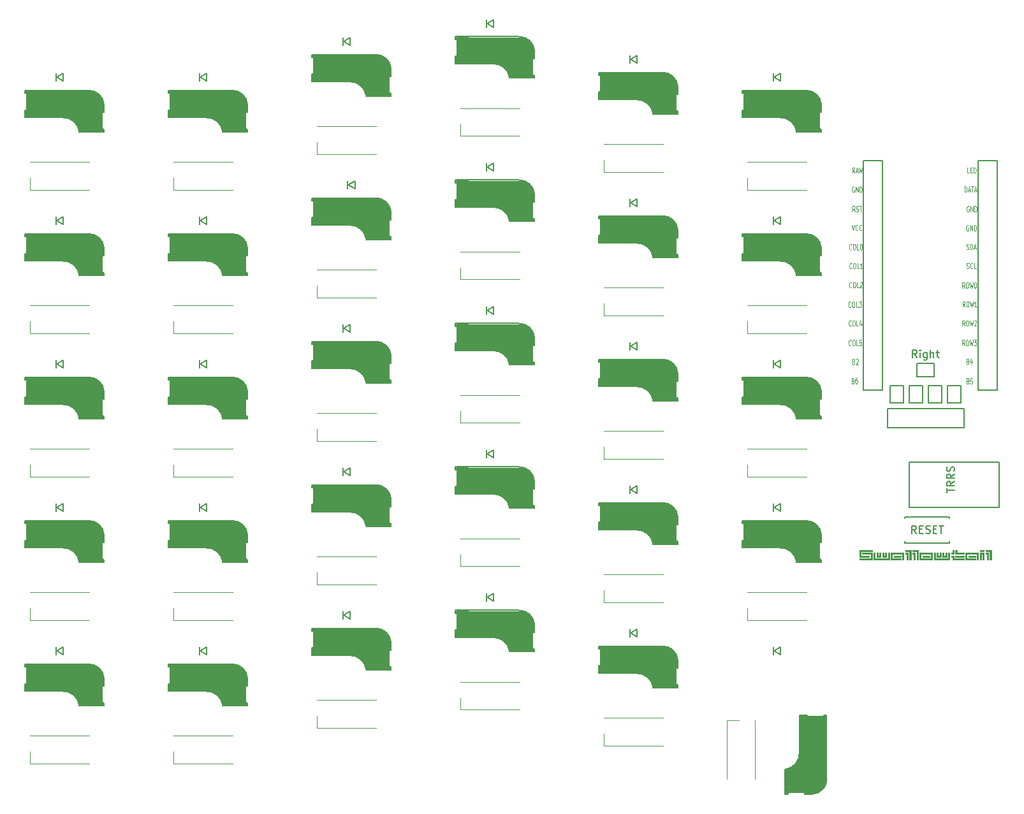
<source format=gbr>
%TF.GenerationSoftware,KiCad,Pcbnew,5.1.9-73d0e3b20d~88~ubuntu18.04.1*%
%TF.CreationDate,2021-03-13T15:22:26+09:00*%
%TF.ProjectId,swallowtail,7377616c-6c6f-4777-9461-696c2e6b6963,rev?*%
%TF.SameCoordinates,Original*%
%TF.FileFunction,Legend,Top*%
%TF.FilePolarity,Positive*%
%FSLAX46Y46*%
G04 Gerber Fmt 4.6, Leading zero omitted, Abs format (unit mm)*
G04 Created by KiCad (PCBNEW 5.1.9-73d0e3b20d~88~ubuntu18.04.1) date 2021-03-13 15:22:26*
%MOMM*%
%LPD*%
G01*
G04 APERTURE LIST*
%ADD10C,0.150000*%
%ADD11C,0.400000*%
%ADD12C,0.500000*%
%ADD13C,3.500000*%
%ADD14C,1.000000*%
%ADD15C,3.000000*%
%ADD16C,0.800000*%
%ADD17C,0.300000*%
%ADD18C,0.010000*%
%ADD19C,0.120000*%
%ADD20C,0.125000*%
G04 APERTURE END LIST*
D10*
X157884952Y-89606380D02*
X157551619Y-89130190D01*
X157313523Y-89606380D02*
X157313523Y-88606380D01*
X157694476Y-88606380D01*
X157789714Y-88654000D01*
X157837333Y-88701619D01*
X157884952Y-88796857D01*
X157884952Y-88939714D01*
X157837333Y-89034952D01*
X157789714Y-89082571D01*
X157694476Y-89130190D01*
X157313523Y-89130190D01*
X158313523Y-89606380D02*
X158313523Y-88939714D01*
X158313523Y-88606380D02*
X158265904Y-88654000D01*
X158313523Y-88701619D01*
X158361142Y-88654000D01*
X158313523Y-88606380D01*
X158313523Y-88701619D01*
X159218285Y-88939714D02*
X159218285Y-89749238D01*
X159170666Y-89844476D01*
X159123047Y-89892095D01*
X159027809Y-89939714D01*
X158884952Y-89939714D01*
X158789714Y-89892095D01*
X159218285Y-89558761D02*
X159123047Y-89606380D01*
X158932571Y-89606380D01*
X158837333Y-89558761D01*
X158789714Y-89511142D01*
X158742095Y-89415904D01*
X158742095Y-89130190D01*
X158789714Y-89034952D01*
X158837333Y-88987333D01*
X158932571Y-88939714D01*
X159123047Y-88939714D01*
X159218285Y-88987333D01*
X159694476Y-89606380D02*
X159694476Y-88606380D01*
X160123047Y-89606380D02*
X160123047Y-89082571D01*
X160075428Y-88987333D01*
X159980190Y-88939714D01*
X159837333Y-88939714D01*
X159742095Y-88987333D01*
X159694476Y-89034952D01*
X160456380Y-88939714D02*
X160837333Y-88939714D01*
X160599238Y-88606380D02*
X160599238Y-89463523D01*
X160646857Y-89558761D01*
X160742095Y-89606380D01*
X160837333Y-89606380D01*
D11*
%TO.C,SW24*%
X134903125Y-113971875D02*
X134903125Y-114671875D01*
X134903125Y-111471875D02*
X136303125Y-111471875D01*
D12*
X145003125Y-116571875D02*
X142303125Y-116571875D01*
D10*
X134703125Y-111621875D02*
X134703125Y-111271875D01*
X134703125Y-111271875D02*
X143103125Y-111271874D01*
X139703125Y-114871875D02*
X134703125Y-114871875D01*
X145203125Y-116771875D02*
X141923125Y-116771875D01*
X145203125Y-113171875D02*
X145203125Y-114171875D01*
X145203125Y-116771875D02*
X145203125Y-116411875D01*
X145003125Y-116411875D02*
X145203125Y-116411875D01*
X144973125Y-114171875D02*
X144973125Y-116411875D01*
X145203125Y-114171875D02*
X145003125Y-114171875D01*
X134903125Y-111621875D02*
X134703125Y-111621875D01*
X134923125Y-113871875D02*
X134923125Y-111621875D01*
X134703125Y-113871875D02*
X134903125Y-113871875D01*
X134703125Y-114871875D02*
X134703125Y-113871875D01*
D13*
X136703125Y-113071875D02*
X143403125Y-113071875D01*
D14*
X135403125Y-111871875D02*
X135403125Y-114371875D01*
D12*
X135003125Y-114571875D02*
X136403125Y-114571875D01*
D15*
X143473125Y-112771875D02*
X143473125Y-115011875D01*
D16*
X144603125Y-116271875D02*
X144603125Y-114471875D01*
D17*
X145103124Y-114071875D02*
X145103125Y-113171876D01*
D10*
X141919443Y-116750404D02*
G75*
G03*
X139703125Y-114871875I-2151318J-291471D01*
G01*
X145203126Y-113171875D02*
G75*
G03*
X143103125Y-111271874I-2000001J-100000D01*
G01*
D14*
X142319443Y-116350404D02*
G75*
G03*
X140103125Y-114471875I-2151318J-291471D01*
G01*
D18*
%TO.C,G\u002A\u002A\u002A*%
G36*
X151955500Y-116490750D02*
G01*
X150241000Y-116490750D01*
X150241000Y-116300250D01*
X151765000Y-116300250D01*
X151765000Y-115728750D01*
X150622000Y-115728750D01*
X150622000Y-115538250D01*
X151955500Y-115538250D01*
X151955500Y-116490750D01*
G37*
X151955500Y-116490750D02*
X150241000Y-116490750D01*
X150241000Y-116300250D01*
X151765000Y-116300250D01*
X151765000Y-115728750D01*
X150622000Y-115728750D01*
X150622000Y-115538250D01*
X151955500Y-115538250D01*
X151955500Y-116490750D01*
G36*
X152336500Y-116300250D02*
G01*
X154051000Y-116300250D01*
X154051000Y-115538250D01*
X154241500Y-115538250D01*
X154241500Y-116490750D01*
X152146000Y-116490750D01*
X152146000Y-115538250D01*
X152336500Y-115538250D01*
X152336500Y-116300250D01*
G37*
X152336500Y-116300250D02*
X154051000Y-116300250D01*
X154051000Y-115538250D01*
X154241500Y-115538250D01*
X154241500Y-116490750D01*
X152146000Y-116490750D01*
X152146000Y-115538250D01*
X152336500Y-115538250D01*
X152336500Y-116300250D01*
G36*
X156146500Y-116490750D02*
G01*
X155956000Y-116490750D01*
X155956000Y-115728750D01*
X154622500Y-115728750D01*
X154622500Y-116300250D01*
X155765500Y-116300250D01*
X155765500Y-116490750D01*
X154432000Y-116490750D01*
X154432000Y-115538250D01*
X156146500Y-115538250D01*
X156146500Y-116490750D01*
G37*
X156146500Y-116490750D02*
X155956000Y-116490750D01*
X155956000Y-115728750D01*
X154622500Y-115728750D01*
X154622500Y-116300250D01*
X155765500Y-116300250D01*
X155765500Y-116490750D01*
X154432000Y-116490750D01*
X154432000Y-115538250D01*
X156146500Y-115538250D01*
X156146500Y-116490750D01*
G36*
X156718000Y-116490750D02*
G01*
X156527500Y-116490750D01*
X156527500Y-115728750D01*
X156432250Y-115728750D01*
X156364784Y-115720882D01*
X156339918Y-115683772D01*
X156337000Y-115633500D01*
X156337000Y-115538250D01*
X156718000Y-115538250D01*
X156718000Y-116490750D01*
G37*
X156718000Y-116490750D02*
X156527500Y-116490750D01*
X156527500Y-115728750D01*
X156432250Y-115728750D01*
X156364784Y-115720882D01*
X156339918Y-115683772D01*
X156337000Y-115633500D01*
X156337000Y-115538250D01*
X156718000Y-115538250D01*
X156718000Y-116490750D01*
G36*
X157099000Y-116490750D02*
G01*
X156908500Y-116490750D01*
X156908500Y-115347750D01*
X156337000Y-115347750D01*
X156337000Y-115157250D01*
X157099000Y-115157250D01*
X157099000Y-116490750D01*
G37*
X157099000Y-116490750D02*
X156908500Y-116490750D01*
X156908500Y-115347750D01*
X156337000Y-115347750D01*
X156337000Y-115157250D01*
X157099000Y-115157250D01*
X157099000Y-116490750D01*
G36*
X157670500Y-116490750D02*
G01*
X157480000Y-116490750D01*
X157480000Y-115728750D01*
X157384750Y-115728750D01*
X157317284Y-115720882D01*
X157292418Y-115683772D01*
X157289500Y-115633500D01*
X157289500Y-115538250D01*
X157670500Y-115538250D01*
X157670500Y-116490750D01*
G37*
X157670500Y-116490750D02*
X157480000Y-116490750D01*
X157480000Y-115728750D01*
X157384750Y-115728750D01*
X157317284Y-115720882D01*
X157292418Y-115683772D01*
X157289500Y-115633500D01*
X157289500Y-115538250D01*
X157670500Y-115538250D01*
X157670500Y-116490750D01*
G36*
X158051500Y-116490750D02*
G01*
X157861000Y-116490750D01*
X157861000Y-115347750D01*
X157289500Y-115347750D01*
X157289500Y-115157250D01*
X158051500Y-115157250D01*
X158051500Y-116490750D01*
G37*
X158051500Y-116490750D02*
X157861000Y-116490750D01*
X157861000Y-115347750D01*
X157289500Y-115347750D01*
X157289500Y-115157250D01*
X158051500Y-115157250D01*
X158051500Y-116490750D01*
G36*
X159956500Y-116490750D02*
G01*
X158242000Y-116490750D01*
X158242000Y-115728750D01*
X158432500Y-115728750D01*
X158432500Y-116300250D01*
X159766000Y-116300250D01*
X159766000Y-115728750D01*
X158432500Y-115728750D01*
X158242000Y-115728750D01*
X158242000Y-115538250D01*
X159956500Y-115538250D01*
X159956500Y-116490750D01*
G37*
X159956500Y-116490750D02*
X158242000Y-116490750D01*
X158242000Y-115728750D01*
X158432500Y-115728750D01*
X158432500Y-116300250D01*
X159766000Y-116300250D01*
X159766000Y-115728750D01*
X158432500Y-115728750D01*
X158242000Y-115728750D01*
X158242000Y-115538250D01*
X159956500Y-115538250D01*
X159956500Y-116490750D01*
G36*
X160337500Y-116300250D02*
G01*
X162052000Y-116300250D01*
X162052000Y-115538250D01*
X162242500Y-115538250D01*
X162242500Y-116490750D01*
X160147000Y-116490750D01*
X160147000Y-115538250D01*
X160337500Y-115538250D01*
X160337500Y-116300250D01*
G37*
X160337500Y-116300250D02*
X162052000Y-116300250D01*
X162052000Y-115538250D01*
X162242500Y-115538250D01*
X162242500Y-116490750D01*
X160147000Y-116490750D01*
X160147000Y-115538250D01*
X160337500Y-115538250D01*
X160337500Y-116300250D01*
G36*
X162814000Y-116300250D02*
G01*
X164147500Y-116300250D01*
X164147500Y-116490750D01*
X162623500Y-116490750D01*
X162623500Y-116109750D01*
X162528250Y-116109750D01*
X162460784Y-116101882D01*
X162435918Y-116064772D01*
X162433000Y-116014500D01*
X162433000Y-115919250D01*
X162814000Y-115919250D01*
X162814000Y-116300250D01*
G37*
X162814000Y-116300250D02*
X164147500Y-116300250D01*
X164147500Y-116490750D01*
X162623500Y-116490750D01*
X162623500Y-116109750D01*
X162528250Y-116109750D01*
X162460784Y-116101882D01*
X162435918Y-116064772D01*
X162433000Y-116014500D01*
X162433000Y-115919250D01*
X162814000Y-115919250D01*
X162814000Y-116300250D01*
G36*
X166052500Y-116490750D02*
G01*
X165862000Y-116490750D01*
X165862000Y-115728750D01*
X164528500Y-115728750D01*
X164528500Y-116300250D01*
X165671500Y-116300250D01*
X165671500Y-116490750D01*
X164338000Y-116490750D01*
X164338000Y-115538250D01*
X166052500Y-115538250D01*
X166052500Y-116490750D01*
G37*
X166052500Y-116490750D02*
X165862000Y-116490750D01*
X165862000Y-115728750D01*
X164528500Y-115728750D01*
X164528500Y-116300250D01*
X165671500Y-116300250D01*
X165671500Y-116490750D01*
X164338000Y-116490750D01*
X164338000Y-115538250D01*
X166052500Y-115538250D01*
X166052500Y-116490750D01*
G36*
X166814500Y-116490750D02*
G01*
X166624000Y-116490750D01*
X166624000Y-115728750D01*
X166433500Y-115728750D01*
X166433500Y-116490750D01*
X166243000Y-116490750D01*
X166243000Y-115538250D01*
X166814500Y-115538250D01*
X166814500Y-116490750D01*
G37*
X166814500Y-116490750D02*
X166624000Y-116490750D01*
X166624000Y-115728750D01*
X166433500Y-115728750D01*
X166433500Y-116490750D01*
X166243000Y-116490750D01*
X166243000Y-115538250D01*
X166814500Y-115538250D01*
X166814500Y-116490750D01*
G36*
X167386000Y-116490750D02*
G01*
X167195500Y-116490750D01*
X167195500Y-115728750D01*
X167100250Y-115728750D01*
X167032784Y-115720882D01*
X167007918Y-115683772D01*
X167005000Y-115633500D01*
X167005000Y-115538250D01*
X167386000Y-115538250D01*
X167386000Y-116490750D01*
G37*
X167386000Y-116490750D02*
X167195500Y-116490750D01*
X167195500Y-115728750D01*
X167100250Y-115728750D01*
X167032784Y-115720882D01*
X167007918Y-115683772D01*
X167005000Y-115633500D01*
X167005000Y-115538250D01*
X167386000Y-115538250D01*
X167386000Y-116490750D01*
G36*
X167767000Y-116490750D02*
G01*
X167576500Y-116490750D01*
X167576500Y-115347750D01*
X167005000Y-115347750D01*
X167005000Y-115157250D01*
X167767000Y-115157250D01*
X167767000Y-116490750D01*
G37*
X167767000Y-116490750D02*
X167576500Y-116490750D01*
X167576500Y-115347750D01*
X167005000Y-115347750D01*
X167005000Y-115157250D01*
X167767000Y-115157250D01*
X167767000Y-116490750D01*
G36*
X151955500Y-115347750D02*
G01*
X150431500Y-115347750D01*
X150431500Y-115919250D01*
X151574500Y-115919250D01*
X151574500Y-116109750D01*
X150241000Y-116109750D01*
X150241000Y-115157250D01*
X151955500Y-115157250D01*
X151955500Y-115347750D01*
G37*
X151955500Y-115347750D02*
X150431500Y-115347750D01*
X150431500Y-115919250D01*
X151574500Y-115919250D01*
X151574500Y-116109750D01*
X150241000Y-116109750D01*
X150241000Y-115157250D01*
X151955500Y-115157250D01*
X151955500Y-115347750D01*
G36*
X152717500Y-115919250D02*
G01*
X152908000Y-115919250D01*
X152908000Y-115538250D01*
X153098500Y-115538250D01*
X153098500Y-116109750D01*
X152527000Y-116109750D01*
X152527000Y-115538250D01*
X152717500Y-115538250D01*
X152717500Y-115919250D01*
G37*
X152717500Y-115919250D02*
X152908000Y-115919250D01*
X152908000Y-115538250D01*
X153098500Y-115538250D01*
X153098500Y-116109750D01*
X152527000Y-116109750D01*
X152527000Y-115538250D01*
X152717500Y-115538250D01*
X152717500Y-115919250D01*
G36*
X153479500Y-115919250D02*
G01*
X153670000Y-115919250D01*
X153670000Y-115538250D01*
X153860500Y-115538250D01*
X153860500Y-116109750D01*
X153289000Y-116109750D01*
X153289000Y-115538250D01*
X153479500Y-115538250D01*
X153479500Y-115919250D01*
G37*
X153479500Y-115919250D02*
X153670000Y-115919250D01*
X153670000Y-115538250D01*
X153860500Y-115538250D01*
X153860500Y-116109750D01*
X153289000Y-116109750D01*
X153289000Y-115538250D01*
X153479500Y-115538250D01*
X153479500Y-115919250D01*
G36*
X155765500Y-116109750D02*
G01*
X154813000Y-116109750D01*
X154813000Y-115919250D01*
X155765500Y-115919250D01*
X155765500Y-116109750D01*
G37*
X155765500Y-116109750D02*
X154813000Y-116109750D01*
X154813000Y-115919250D01*
X155765500Y-115919250D01*
X155765500Y-116109750D01*
G36*
X160718500Y-115919250D02*
G01*
X160909000Y-115919250D01*
X160909000Y-115538250D01*
X161099500Y-115538250D01*
X161099500Y-116109750D01*
X160528000Y-116109750D01*
X160528000Y-115538250D01*
X160718500Y-115538250D01*
X160718500Y-115919250D01*
G37*
X160718500Y-115919250D02*
X160909000Y-115919250D01*
X160909000Y-115538250D01*
X161099500Y-115538250D01*
X161099500Y-116109750D01*
X160528000Y-116109750D01*
X160528000Y-115538250D01*
X160718500Y-115538250D01*
X160718500Y-115919250D01*
G36*
X161480500Y-115919250D02*
G01*
X161671000Y-115919250D01*
X161671000Y-115538250D01*
X161861500Y-115538250D01*
X161861500Y-116109750D01*
X161290000Y-116109750D01*
X161290000Y-115538250D01*
X161480500Y-115538250D01*
X161480500Y-115919250D01*
G37*
X161480500Y-115919250D02*
X161671000Y-115919250D01*
X161671000Y-115538250D01*
X161861500Y-115538250D01*
X161861500Y-116109750D01*
X161290000Y-116109750D01*
X161290000Y-115538250D01*
X161480500Y-115538250D01*
X161480500Y-115919250D01*
G36*
X164147500Y-116109750D02*
G01*
X163004500Y-116109750D01*
X163004500Y-115919250D01*
X164147500Y-115919250D01*
X164147500Y-116109750D01*
G37*
X164147500Y-116109750D02*
X163004500Y-116109750D01*
X163004500Y-115919250D01*
X164147500Y-115919250D01*
X164147500Y-116109750D01*
G36*
X165671500Y-116109750D02*
G01*
X164719000Y-116109750D01*
X164719000Y-115919250D01*
X165671500Y-115919250D01*
X165671500Y-116109750D01*
G37*
X165671500Y-116109750D02*
X164719000Y-116109750D01*
X164719000Y-115919250D01*
X165671500Y-115919250D01*
X165671500Y-116109750D01*
G36*
X162814000Y-115728750D02*
G01*
X162433000Y-115728750D01*
X162433000Y-115633500D01*
X162440867Y-115566034D01*
X162477977Y-115541168D01*
X162528250Y-115538250D01*
X162623500Y-115538250D01*
X162623500Y-115157250D01*
X162814000Y-115157250D01*
X162814000Y-115728750D01*
G37*
X162814000Y-115728750D02*
X162433000Y-115728750D01*
X162433000Y-115633500D01*
X162440867Y-115566034D01*
X162477977Y-115541168D01*
X162528250Y-115538250D01*
X162623500Y-115538250D01*
X162623500Y-115157250D01*
X162814000Y-115157250D01*
X162814000Y-115728750D01*
G36*
X163195000Y-115538250D02*
G01*
X164147500Y-115538250D01*
X164147500Y-115728750D01*
X163004500Y-115728750D01*
X163004500Y-115157250D01*
X163195000Y-115157250D01*
X163195000Y-115538250D01*
G37*
X163195000Y-115538250D02*
X164147500Y-115538250D01*
X164147500Y-115728750D01*
X163004500Y-115728750D01*
X163004500Y-115157250D01*
X163195000Y-115157250D01*
X163195000Y-115538250D01*
G36*
X166814500Y-115347750D02*
G01*
X166243000Y-115347750D01*
X166243000Y-115157250D01*
X166814500Y-115157250D01*
X166814500Y-115347750D01*
G37*
X166814500Y-115347750D02*
X166243000Y-115347750D01*
X166243000Y-115157250D01*
X166814500Y-115157250D01*
X166814500Y-115347750D01*
G36*
X159575500Y-116109750D02*
G01*
X158623000Y-116109750D01*
X158623000Y-115919250D01*
X159575500Y-115919250D01*
X159575500Y-116109750D01*
G37*
X159575500Y-116109750D02*
X158623000Y-116109750D01*
X158623000Y-115919250D01*
X159575500Y-115919250D01*
X159575500Y-116109750D01*
D10*
%TO.C,D1*%
X43653125Y-52387500D02*
X44553125Y-51887500D01*
X44553125Y-51887500D02*
X44553125Y-52887500D01*
X44553125Y-52887500D02*
X43653125Y-52387500D01*
X43553125Y-51887500D02*
X43553125Y-52887500D01*
%TO.C,D2*%
X62703125Y-52387500D02*
X63603125Y-51887500D01*
X63603125Y-51887500D02*
X63603125Y-52887500D01*
X63603125Y-52887500D02*
X62703125Y-52387500D01*
X62603125Y-51887500D02*
X62603125Y-52887500D01*
%TO.C,D3*%
X81753125Y-47625000D02*
X82653125Y-47125000D01*
X82653125Y-47125000D02*
X82653125Y-48125000D01*
X82653125Y-48125000D02*
X81753125Y-47625000D01*
X81653125Y-47125000D02*
X81653125Y-48125000D01*
%TO.C,D4*%
X100803125Y-45243750D02*
X101703125Y-44743750D01*
X101703125Y-44743750D02*
X101703125Y-45743750D01*
X101703125Y-45743750D02*
X100803125Y-45243750D01*
X100703125Y-44743750D02*
X100703125Y-45743750D01*
%TO.C,D5*%
X119853125Y-50006250D02*
X120753125Y-49506250D01*
X120753125Y-49506250D02*
X120753125Y-50506250D01*
X120753125Y-50506250D02*
X119853125Y-50006250D01*
X119753125Y-49506250D02*
X119753125Y-50506250D01*
%TO.C,D6*%
X138903125Y-52387500D02*
X139803125Y-51887500D01*
X139803125Y-51887500D02*
X139803125Y-52887500D01*
X139803125Y-52887500D02*
X138903125Y-52387500D01*
X138803125Y-51887500D02*
X138803125Y-52887500D01*
%TO.C,D7*%
X43653125Y-71437500D02*
X44553125Y-70937500D01*
X44553125Y-70937500D02*
X44553125Y-71937500D01*
X44553125Y-71937500D02*
X43653125Y-71437500D01*
X43553125Y-70937500D02*
X43553125Y-71937500D01*
%TO.C,D8*%
X62703125Y-71437500D02*
X63603125Y-70937500D01*
X63603125Y-70937500D02*
X63603125Y-71937500D01*
X63603125Y-71937500D02*
X62703125Y-71437500D01*
X62603125Y-70937500D02*
X62603125Y-71937500D01*
%TO.C,D9*%
X82359375Y-66675000D02*
X83259375Y-66175000D01*
X83259375Y-66175000D02*
X83259375Y-67175000D01*
X83259375Y-67175000D02*
X82359375Y-66675000D01*
X82259375Y-66175000D02*
X82259375Y-67175000D01*
%TO.C,D10*%
X100803125Y-64293750D02*
X101703125Y-63793750D01*
X101703125Y-63793750D02*
X101703125Y-64793750D01*
X101703125Y-64793750D02*
X100803125Y-64293750D01*
X100703125Y-63793750D02*
X100703125Y-64793750D01*
%TO.C,D11*%
X119853125Y-69056250D02*
X120753125Y-68556250D01*
X120753125Y-68556250D02*
X120753125Y-69556250D01*
X120753125Y-69556250D02*
X119853125Y-69056250D01*
X119753125Y-68556250D02*
X119753125Y-69556250D01*
%TO.C,D12*%
X138903125Y-71437500D02*
X139803125Y-70937500D01*
X139803125Y-70937500D02*
X139803125Y-71937500D01*
X139803125Y-71937500D02*
X138903125Y-71437500D01*
X138803125Y-70937500D02*
X138803125Y-71937500D01*
%TO.C,D13*%
X43653125Y-90487500D02*
X44553125Y-89987500D01*
X44553125Y-89987500D02*
X44553125Y-90987500D01*
X44553125Y-90987500D02*
X43653125Y-90487500D01*
X43553125Y-89987500D02*
X43553125Y-90987500D01*
%TO.C,D14*%
X62703125Y-90487500D02*
X63603125Y-89987500D01*
X63603125Y-89987500D02*
X63603125Y-90987500D01*
X63603125Y-90987500D02*
X62703125Y-90487500D01*
X62603125Y-89987500D02*
X62603125Y-90987500D01*
%TO.C,D15*%
X81753125Y-85725000D02*
X82653125Y-85225000D01*
X82653125Y-85225000D02*
X82653125Y-86225000D01*
X82653125Y-86225000D02*
X81753125Y-85725000D01*
X81653125Y-85225000D02*
X81653125Y-86225000D01*
%TO.C,D16*%
X100803125Y-83343750D02*
X101703125Y-82843750D01*
X101703125Y-82843750D02*
X101703125Y-83843750D01*
X101703125Y-83843750D02*
X100803125Y-83343750D01*
X100703125Y-82843750D02*
X100703125Y-83843750D01*
%TO.C,D17*%
X119853125Y-88106250D02*
X120753125Y-87606250D01*
X120753125Y-87606250D02*
X120753125Y-88606250D01*
X120753125Y-88606250D02*
X119853125Y-88106250D01*
X119753125Y-87606250D02*
X119753125Y-88606250D01*
%TO.C,D18*%
X138903125Y-90487500D02*
X139803125Y-89987500D01*
X139803125Y-89987500D02*
X139803125Y-90987500D01*
X139803125Y-90987500D02*
X138903125Y-90487500D01*
X138803125Y-89987500D02*
X138803125Y-90987500D01*
%TO.C,D19*%
X43653125Y-109537500D02*
X44553125Y-109037500D01*
X44553125Y-109037500D02*
X44553125Y-110037500D01*
X44553125Y-110037500D02*
X43653125Y-109537500D01*
X43553125Y-109037500D02*
X43553125Y-110037500D01*
%TO.C,D20*%
X62703125Y-109537500D02*
X63603125Y-109037500D01*
X63603125Y-109037500D02*
X63603125Y-110037500D01*
X63603125Y-110037500D02*
X62703125Y-109537500D01*
X62603125Y-109037500D02*
X62603125Y-110037500D01*
%TO.C,D21*%
X81753125Y-104775000D02*
X82653125Y-104275000D01*
X82653125Y-104275000D02*
X82653125Y-105275000D01*
X82653125Y-105275000D02*
X81753125Y-104775000D01*
X81653125Y-104275000D02*
X81653125Y-105275000D01*
%TO.C,D22*%
X100803125Y-102393750D02*
X101703125Y-101893750D01*
X101703125Y-101893750D02*
X101703125Y-102893750D01*
X101703125Y-102893750D02*
X100803125Y-102393750D01*
X100703125Y-101893750D02*
X100703125Y-102893750D01*
%TO.C,D23*%
X119853125Y-107156250D02*
X120753125Y-106656250D01*
X120753125Y-106656250D02*
X120753125Y-107656250D01*
X120753125Y-107656250D02*
X119853125Y-107156250D01*
X119753125Y-106656250D02*
X119753125Y-107656250D01*
%TO.C,D24*%
X138903125Y-109537500D02*
X139803125Y-109037500D01*
X139803125Y-109037500D02*
X139803125Y-110037500D01*
X139803125Y-110037500D02*
X138903125Y-109537500D01*
X138803125Y-109037500D02*
X138803125Y-110037500D01*
%TO.C,D25*%
X43653125Y-128587500D02*
X44553125Y-128087500D01*
X44553125Y-128087500D02*
X44553125Y-129087500D01*
X44553125Y-129087500D02*
X43653125Y-128587500D01*
X43553125Y-128087500D02*
X43553125Y-129087500D01*
%TO.C,D26*%
X62703125Y-128587500D02*
X63603125Y-128087500D01*
X63603125Y-128087500D02*
X63603125Y-129087500D01*
X63603125Y-129087500D02*
X62703125Y-128587500D01*
X62603125Y-128087500D02*
X62603125Y-129087500D01*
%TO.C,D27*%
X81753125Y-123825000D02*
X82653125Y-123325000D01*
X82653125Y-123325000D02*
X82653125Y-124325000D01*
X82653125Y-124325000D02*
X81753125Y-123825000D01*
X81653125Y-123325000D02*
X81653125Y-124325000D01*
%TO.C,D28*%
X100803125Y-121443750D02*
X101703125Y-120943750D01*
X101703125Y-120943750D02*
X101703125Y-121943750D01*
X101703125Y-121943750D02*
X100803125Y-121443750D01*
X100703125Y-120943750D02*
X100703125Y-121943750D01*
%TO.C,D29*%
X119853125Y-126206250D02*
X120753125Y-125706250D01*
X120753125Y-125706250D02*
X120753125Y-126706250D01*
X120753125Y-126706250D02*
X119853125Y-126206250D01*
X119753125Y-125706250D02*
X119753125Y-126706250D01*
%TO.C,D30*%
X138903125Y-128587500D02*
X139803125Y-128087500D01*
X139803125Y-128087500D02*
X139803125Y-129087500D01*
X139803125Y-129087500D02*
X138903125Y-128587500D01*
X138803125Y-128087500D02*
X138803125Y-129087500D01*
D19*
%TO.C,LED1*%
X40153125Y-65734375D02*
X40153125Y-67334375D01*
X47953125Y-63634375D02*
X40153125Y-63634375D01*
X40153125Y-67334375D02*
X47953125Y-67334375D01*
%TO.C,LED2*%
X59203125Y-65734375D02*
X59203125Y-67334375D01*
X67003125Y-63634375D02*
X59203125Y-63634375D01*
X59203125Y-67334375D02*
X67003125Y-67334375D01*
%TO.C,LED3*%
X78253125Y-60971875D02*
X78253125Y-62571875D01*
X86053125Y-58871875D02*
X78253125Y-58871875D01*
X78253125Y-62571875D02*
X86053125Y-62571875D01*
%TO.C,LED4*%
X97303125Y-58590625D02*
X97303125Y-60190625D01*
X105103125Y-56490625D02*
X97303125Y-56490625D01*
X97303125Y-60190625D02*
X105103125Y-60190625D01*
%TO.C,LED5*%
X116353125Y-63353125D02*
X116353125Y-64953125D01*
X124153125Y-61253125D02*
X116353125Y-61253125D01*
X116353125Y-64953125D02*
X124153125Y-64953125D01*
%TO.C,LED6*%
X135403125Y-65734375D02*
X135403125Y-67334375D01*
X143203125Y-63634375D02*
X135403125Y-63634375D01*
X135403125Y-67334375D02*
X143203125Y-67334375D01*
%TO.C,LED7*%
X40153125Y-84784375D02*
X40153125Y-86384375D01*
X47953125Y-82684375D02*
X40153125Y-82684375D01*
X40153125Y-86384375D02*
X47953125Y-86384375D01*
%TO.C,LED8*%
X59203125Y-84784375D02*
X59203125Y-86384375D01*
X67003125Y-82684375D02*
X59203125Y-82684375D01*
X59203125Y-86384375D02*
X67003125Y-86384375D01*
%TO.C,LED9*%
X78253125Y-80021875D02*
X78253125Y-81621875D01*
X86053125Y-77921875D02*
X78253125Y-77921875D01*
X78253125Y-81621875D02*
X86053125Y-81621875D01*
%TO.C,LED10*%
X97303125Y-77640625D02*
X97303125Y-79240625D01*
X105103125Y-75540625D02*
X97303125Y-75540625D01*
X97303125Y-79240625D02*
X105103125Y-79240625D01*
%TO.C,LED11*%
X116353125Y-82403125D02*
X116353125Y-84003125D01*
X124153125Y-80303125D02*
X116353125Y-80303125D01*
X116353125Y-84003125D02*
X124153125Y-84003125D01*
%TO.C,LED12*%
X135403125Y-84784375D02*
X135403125Y-86384375D01*
X143203125Y-82684375D02*
X135403125Y-82684375D01*
X135403125Y-86384375D02*
X143203125Y-86384375D01*
%TO.C,LED13*%
X40153125Y-103834375D02*
X40153125Y-105434375D01*
X47953125Y-101734375D02*
X40153125Y-101734375D01*
X40153125Y-105434375D02*
X47953125Y-105434375D01*
%TO.C,LED14*%
X59203125Y-103834375D02*
X59203125Y-105434375D01*
X67003125Y-101734375D02*
X59203125Y-101734375D01*
X59203125Y-105434375D02*
X67003125Y-105434375D01*
%TO.C,LED15*%
X78253125Y-99071875D02*
X78253125Y-100671875D01*
X86053125Y-96971875D02*
X78253125Y-96971875D01*
X78253125Y-100671875D02*
X86053125Y-100671875D01*
%TO.C,LED16*%
X97303125Y-96690625D02*
X97303125Y-98290625D01*
X105103125Y-94590625D02*
X97303125Y-94590625D01*
X97303125Y-98290625D02*
X105103125Y-98290625D01*
%TO.C,LED17*%
X116353125Y-101453125D02*
X116353125Y-103053125D01*
X124153125Y-99353125D02*
X116353125Y-99353125D01*
X116353125Y-103053125D02*
X124153125Y-103053125D01*
%TO.C,LED18*%
X135403125Y-103834375D02*
X135403125Y-105434375D01*
X143203125Y-101734375D02*
X135403125Y-101734375D01*
X135403125Y-105434375D02*
X143203125Y-105434375D01*
%TO.C,LED19*%
X40153125Y-122884375D02*
X40153125Y-124484375D01*
X47953125Y-120784375D02*
X40153125Y-120784375D01*
X40153125Y-124484375D02*
X47953125Y-124484375D01*
%TO.C,LED20*%
X59203125Y-122884375D02*
X59203125Y-124484375D01*
X67003125Y-120784375D02*
X59203125Y-120784375D01*
X59203125Y-124484375D02*
X67003125Y-124484375D01*
%TO.C,LED21*%
X78253125Y-118121875D02*
X78253125Y-119721875D01*
X86053125Y-116021875D02*
X78253125Y-116021875D01*
X78253125Y-119721875D02*
X86053125Y-119721875D01*
%TO.C,LED22*%
X97303125Y-115740625D02*
X97303125Y-117340625D01*
X105103125Y-113640625D02*
X97303125Y-113640625D01*
X97303125Y-117340625D02*
X105103125Y-117340625D01*
%TO.C,LED23*%
X116353125Y-120503125D02*
X116353125Y-122103125D01*
X124153125Y-118403125D02*
X116353125Y-118403125D01*
X116353125Y-122103125D02*
X124153125Y-122103125D01*
%TO.C,LED24*%
X135403125Y-122884375D02*
X135403125Y-124484375D01*
X143203125Y-120784375D02*
X135403125Y-120784375D01*
X135403125Y-124484375D02*
X143203125Y-124484375D01*
%TO.C,LED25*%
X40153125Y-141934375D02*
X40153125Y-143534375D01*
X47953125Y-139834375D02*
X40153125Y-139834375D01*
X40153125Y-143534375D02*
X47953125Y-143534375D01*
%TO.C,LED26*%
X59203125Y-141934375D02*
X59203125Y-143534375D01*
X67003125Y-139834375D02*
X59203125Y-139834375D01*
X59203125Y-143534375D02*
X67003125Y-143534375D01*
%TO.C,LED27*%
X78253125Y-137171875D02*
X78253125Y-138771875D01*
X86053125Y-135071875D02*
X78253125Y-135071875D01*
X78253125Y-138771875D02*
X86053125Y-138771875D01*
%TO.C,LED28*%
X97303125Y-134790625D02*
X97303125Y-136390625D01*
X105103125Y-132690625D02*
X97303125Y-132690625D01*
X97303125Y-136390625D02*
X105103125Y-136390625D01*
%TO.C,LED29*%
X116353125Y-139553125D02*
X116353125Y-141153125D01*
X124153125Y-137453125D02*
X116353125Y-137453125D01*
X116353125Y-141153125D02*
X124153125Y-141153125D01*
%TO.C,LED30*%
X134290625Y-137784375D02*
X132690625Y-137784375D01*
X136390625Y-145584375D02*
X136390625Y-137784375D01*
X132690625Y-137784375D02*
X132690625Y-145584375D01*
D11*
%TO.C,SW29*%
X115853125Y-130640625D02*
X115853125Y-131340625D01*
X115853125Y-128140625D02*
X117253125Y-128140625D01*
D12*
X125953125Y-133240625D02*
X123253125Y-133240625D01*
D10*
X115653125Y-128290625D02*
X115653125Y-127940625D01*
X115653125Y-127940625D02*
X124053125Y-127940624D01*
X120653125Y-131540625D02*
X115653125Y-131540625D01*
X126153125Y-133440625D02*
X122873125Y-133440625D01*
X126153125Y-129840625D02*
X126153125Y-130840625D01*
X126153125Y-133440625D02*
X126153125Y-133080625D01*
X125953125Y-133080625D02*
X126153125Y-133080625D01*
X125923125Y-130840625D02*
X125923125Y-133080625D01*
X126153125Y-130840625D02*
X125953125Y-130840625D01*
X115853125Y-128290625D02*
X115653125Y-128290625D01*
X115873125Y-130540625D02*
X115873125Y-128290625D01*
X115653125Y-130540625D02*
X115853125Y-130540625D01*
X115653125Y-131540625D02*
X115653125Y-130540625D01*
D13*
X117653125Y-129740625D02*
X124353125Y-129740625D01*
D14*
X116353125Y-128540625D02*
X116353125Y-131040625D01*
D12*
X115953125Y-131240625D02*
X117353125Y-131240625D01*
D15*
X124423125Y-129440625D02*
X124423125Y-131680625D01*
D16*
X125553125Y-132940625D02*
X125553125Y-131140625D01*
D17*
X126053124Y-130740625D02*
X126053125Y-129840626D01*
D10*
X122869443Y-133419154D02*
G75*
G03*
X120653125Y-131540625I-2151318J-291471D01*
G01*
X126153126Y-129840625D02*
G75*
G03*
X124053125Y-127940624I-2000001J-100000D01*
G01*
D14*
X123269443Y-133019154D02*
G75*
G03*
X121053125Y-131140625I-2151318J-291471D01*
G01*
D11*
%TO.C,SW4*%
X96803125Y-49678125D02*
X96803125Y-50378125D01*
X96803125Y-47178125D02*
X98203125Y-47178125D01*
D12*
X106903125Y-52278125D02*
X104203125Y-52278125D01*
D10*
X96603125Y-47328125D02*
X96603125Y-46978125D01*
X96603125Y-46978125D02*
X105003125Y-46978124D01*
X101603125Y-50578125D02*
X96603125Y-50578125D01*
X107103125Y-52478125D02*
X103823125Y-52478125D01*
X107103125Y-48878125D02*
X107103125Y-49878125D01*
X107103125Y-52478125D02*
X107103125Y-52118125D01*
X106903125Y-52118125D02*
X107103125Y-52118125D01*
X106873125Y-49878125D02*
X106873125Y-52118125D01*
X107103125Y-49878125D02*
X106903125Y-49878125D01*
X96803125Y-47328125D02*
X96603125Y-47328125D01*
X96823125Y-49578125D02*
X96823125Y-47328125D01*
X96603125Y-49578125D02*
X96803125Y-49578125D01*
X96603125Y-50578125D02*
X96603125Y-49578125D01*
D13*
X98603125Y-48778125D02*
X105303125Y-48778125D01*
D14*
X97303125Y-47578125D02*
X97303125Y-50078125D01*
D12*
X96903125Y-50278125D02*
X98303125Y-50278125D01*
D15*
X105373125Y-48478125D02*
X105373125Y-50718125D01*
D16*
X106503125Y-51978125D02*
X106503125Y-50178125D01*
D17*
X107003124Y-49778125D02*
X107003125Y-48878126D01*
D10*
X103819443Y-52456654D02*
G75*
G03*
X101603125Y-50578125I-2151318J-291471D01*
G01*
X107103126Y-48878125D02*
G75*
G03*
X105003125Y-46978124I-2000001J-100000D01*
G01*
D14*
X104219443Y-52056654D02*
G75*
G03*
X102003125Y-50178125I-2151318J-291471D01*
G01*
D11*
%TO.C,SW30*%
X143203125Y-137284375D02*
X142503125Y-137284375D01*
X145703125Y-137284375D02*
X145703125Y-138684375D01*
D12*
X140603125Y-147384375D02*
X140603125Y-144684375D01*
D10*
X145553125Y-137084375D02*
X145903125Y-137084375D01*
X145903125Y-137084375D02*
X145903126Y-145484375D01*
X142303125Y-142084375D02*
X142303125Y-137084375D01*
X140403125Y-147584375D02*
X140403125Y-144304375D01*
X144003125Y-147584375D02*
X143003125Y-147584375D01*
X140403125Y-147584375D02*
X140763125Y-147584375D01*
X140763125Y-147384375D02*
X140763125Y-147584375D01*
X143003125Y-147354375D02*
X140763125Y-147354375D01*
X143003125Y-147584375D02*
X143003125Y-147384375D01*
X145553125Y-137284375D02*
X145553125Y-137084375D01*
X143303125Y-137304375D02*
X145553125Y-137304375D01*
X143303125Y-137084375D02*
X143303125Y-137284375D01*
X142303125Y-137084375D02*
X143303125Y-137084375D01*
D13*
X144103125Y-139084375D02*
X144103125Y-145784375D01*
D14*
X145303125Y-137784375D02*
X142803125Y-137784375D01*
D12*
X142603125Y-137384375D02*
X142603125Y-138784375D01*
D15*
X144403125Y-145854375D02*
X142163125Y-145854375D01*
D16*
X140903125Y-146984375D02*
X142703125Y-146984375D01*
D17*
X143103125Y-147484374D02*
X144003124Y-147484375D01*
D10*
X140424596Y-144300693D02*
G75*
G03*
X142303125Y-142084375I-291471J2151318D01*
G01*
X144003125Y-147584376D02*
G75*
G03*
X145903126Y-145484375I-100000J2000001D01*
G01*
D14*
X140824596Y-144700693D02*
G75*
G03*
X142703125Y-142484375I-291471J2151318D01*
G01*
D11*
%TO.C,SW25*%
X39653125Y-133021875D02*
X39653125Y-133721875D01*
X39653125Y-130521875D02*
X41053125Y-130521875D01*
D12*
X49753125Y-135621875D02*
X47053125Y-135621875D01*
D10*
X39453125Y-130671875D02*
X39453125Y-130321875D01*
X39453125Y-130321875D02*
X47853125Y-130321874D01*
X44453125Y-133921875D02*
X39453125Y-133921875D01*
X49953125Y-135821875D02*
X46673125Y-135821875D01*
X49953125Y-132221875D02*
X49953125Y-133221875D01*
X49953125Y-135821875D02*
X49953125Y-135461875D01*
X49753125Y-135461875D02*
X49953125Y-135461875D01*
X49723125Y-133221875D02*
X49723125Y-135461875D01*
X49953125Y-133221875D02*
X49753125Y-133221875D01*
X39653125Y-130671875D02*
X39453125Y-130671875D01*
X39673125Y-132921875D02*
X39673125Y-130671875D01*
X39453125Y-132921875D02*
X39653125Y-132921875D01*
X39453125Y-133921875D02*
X39453125Y-132921875D01*
D13*
X41453125Y-132121875D02*
X48153125Y-132121875D01*
D14*
X40153125Y-130921875D02*
X40153125Y-133421875D01*
D12*
X39753125Y-133621875D02*
X41153125Y-133621875D01*
D15*
X48223125Y-131821875D02*
X48223125Y-134061875D01*
D16*
X49353125Y-135321875D02*
X49353125Y-133521875D01*
D17*
X49853124Y-133121875D02*
X49853125Y-132221876D01*
D10*
X46669443Y-135800404D02*
G75*
G03*
X44453125Y-133921875I-2151318J-291471D01*
G01*
X49953126Y-132221875D02*
G75*
G03*
X47853125Y-130321874I-2000001J-100000D01*
G01*
D14*
X47069443Y-135400404D02*
G75*
G03*
X44853125Y-133521875I-2151318J-291471D01*
G01*
D10*
%TO.C,J1*%
X156846500Y-103537135D02*
X168846500Y-103537135D01*
X156846500Y-109537135D02*
X156846500Y-103537135D01*
X168846500Y-109537135D02*
X156846500Y-109537135D01*
X168846500Y-103537135D02*
X168846500Y-109537135D01*
%TO.C,J2*%
X153987500Y-98917135D02*
X153987500Y-96377135D01*
X164147500Y-96377135D02*
X164147500Y-98917135D01*
X153987500Y-96377135D02*
X164147500Y-96377135D01*
X153987500Y-98917135D02*
X164147500Y-98917135D01*
%TO.C,JP2*%
X160210500Y-90408135D02*
X160210500Y-92186135D01*
X157924500Y-90408135D02*
X160210500Y-90408135D01*
X157924500Y-92186135D02*
X157924500Y-90408135D01*
X160210500Y-92186135D02*
X157924500Y-92186135D01*
%TO.C,JP7*%
X163766500Y-95615135D02*
X161988500Y-95615135D01*
X163766500Y-93329135D02*
X163766500Y-95615135D01*
X161988500Y-93329135D02*
X163766500Y-93329135D01*
X161988500Y-95615135D02*
X161988500Y-93329135D01*
%TO.C,JP8*%
X159448500Y-95615135D02*
X159448500Y-93329135D01*
X159448500Y-93329135D02*
X161226500Y-93329135D01*
X161226500Y-93329135D02*
X161226500Y-95615135D01*
X161226500Y-95615135D02*
X159448500Y-95615135D01*
%TO.C,JP9*%
X158686500Y-95615135D02*
X156908500Y-95615135D01*
X158686500Y-93329135D02*
X158686500Y-95615135D01*
X156908500Y-93329135D02*
X158686500Y-93329135D01*
X156908500Y-95615135D02*
X156908500Y-93329135D01*
%TO.C,JP10*%
X154368500Y-95615135D02*
X154368500Y-93329135D01*
X154368500Y-93329135D02*
X156146500Y-93329135D01*
X156146500Y-93329135D02*
X156146500Y-95615135D01*
X156146500Y-95615135D02*
X154368500Y-95615135D01*
%TO.C,RSW1*%
X162246500Y-110740260D02*
X162246500Y-110990260D01*
X156246500Y-110740260D02*
X162246500Y-110740260D01*
X156246500Y-110740260D02*
X156246500Y-110990260D01*
X156246500Y-114240260D02*
X156246500Y-113990260D01*
X162246500Y-114240260D02*
X162246500Y-113990260D01*
X156246500Y-114240260D02*
X162246500Y-114240260D01*
D11*
%TO.C,SW1*%
X39653125Y-56821875D02*
X39653125Y-57521875D01*
X39653125Y-54321875D02*
X41053125Y-54321875D01*
D12*
X49753125Y-59421875D02*
X47053125Y-59421875D01*
D10*
X39453125Y-54471875D02*
X39453125Y-54121875D01*
X39453125Y-54121875D02*
X47853125Y-54121874D01*
X44453125Y-57721875D02*
X39453125Y-57721875D01*
X49953125Y-59621875D02*
X46673125Y-59621875D01*
X49953125Y-56021875D02*
X49953125Y-57021875D01*
X49953125Y-59621875D02*
X49953125Y-59261875D01*
X49753125Y-59261875D02*
X49953125Y-59261875D01*
X49723125Y-57021875D02*
X49723125Y-59261875D01*
X49953125Y-57021875D02*
X49753125Y-57021875D01*
X39653125Y-54471875D02*
X39453125Y-54471875D01*
X39673125Y-56721875D02*
X39673125Y-54471875D01*
X39453125Y-56721875D02*
X39653125Y-56721875D01*
X39453125Y-57721875D02*
X39453125Y-56721875D01*
D13*
X41453125Y-55921875D02*
X48153125Y-55921875D01*
D14*
X40153125Y-54721875D02*
X40153125Y-57221875D01*
D12*
X39753125Y-57421875D02*
X41153125Y-57421875D01*
D15*
X48223125Y-55621875D02*
X48223125Y-57861875D01*
D16*
X49353125Y-59121875D02*
X49353125Y-57321875D01*
D17*
X49853124Y-56921875D02*
X49853125Y-56021876D01*
D10*
X46669443Y-59600404D02*
G75*
G03*
X44453125Y-57721875I-2151318J-291471D01*
G01*
X49953126Y-56021875D02*
G75*
G03*
X47853125Y-54121874I-2000001J-100000D01*
G01*
D14*
X47069443Y-59200404D02*
G75*
G03*
X44853125Y-57321875I-2151318J-291471D01*
G01*
D17*
%TO.C,SW2*%
X68903124Y-56921875D02*
X68903125Y-56021876D01*
D16*
X68403125Y-59121875D02*
X68403125Y-57321875D01*
D15*
X67273125Y-55621875D02*
X67273125Y-57861875D01*
D12*
X58803125Y-57421875D02*
X60203125Y-57421875D01*
D14*
X59203125Y-54721875D02*
X59203125Y-57221875D01*
D13*
X60503125Y-55921875D02*
X67203125Y-55921875D01*
D10*
X58503125Y-57721875D02*
X58503125Y-56721875D01*
X58503125Y-56721875D02*
X58703125Y-56721875D01*
X58723125Y-56721875D02*
X58723125Y-54471875D01*
X58703125Y-54471875D02*
X58503125Y-54471875D01*
X69003125Y-57021875D02*
X68803125Y-57021875D01*
X68773125Y-57021875D02*
X68773125Y-59261875D01*
X68803125Y-59261875D02*
X69003125Y-59261875D01*
X69003125Y-59621875D02*
X69003125Y-59261875D01*
X69003125Y-56021875D02*
X69003125Y-57021875D01*
X69003125Y-59621875D02*
X65723125Y-59621875D01*
X63503125Y-57721875D02*
X58503125Y-57721875D01*
X58503125Y-54121875D02*
X66903125Y-54121874D01*
X58503125Y-54471875D02*
X58503125Y-54121875D01*
D12*
X68803125Y-59421875D02*
X66103125Y-59421875D01*
D11*
X58703125Y-54321875D02*
X60103125Y-54321875D01*
X58703125Y-56821875D02*
X58703125Y-57521875D01*
D14*
X66119443Y-59200404D02*
G75*
G03*
X63903125Y-57321875I-2151318J-291471D01*
G01*
D10*
X69003126Y-56021875D02*
G75*
G03*
X66903125Y-54121874I-2000001J-100000D01*
G01*
X65719443Y-59600404D02*
G75*
G03*
X63503125Y-57721875I-2151318J-291471D01*
G01*
D17*
%TO.C,SW3*%
X87953124Y-52159375D02*
X87953125Y-51259376D01*
D16*
X87453125Y-54359375D02*
X87453125Y-52559375D01*
D15*
X86323125Y-50859375D02*
X86323125Y-53099375D01*
D12*
X77853125Y-52659375D02*
X79253125Y-52659375D01*
D14*
X78253125Y-49959375D02*
X78253125Y-52459375D01*
D13*
X79553125Y-51159375D02*
X86253125Y-51159375D01*
D10*
X77553125Y-52959375D02*
X77553125Y-51959375D01*
X77553125Y-51959375D02*
X77753125Y-51959375D01*
X77773125Y-51959375D02*
X77773125Y-49709375D01*
X77753125Y-49709375D02*
X77553125Y-49709375D01*
X88053125Y-52259375D02*
X87853125Y-52259375D01*
X87823125Y-52259375D02*
X87823125Y-54499375D01*
X87853125Y-54499375D02*
X88053125Y-54499375D01*
X88053125Y-54859375D02*
X88053125Y-54499375D01*
X88053125Y-51259375D02*
X88053125Y-52259375D01*
X88053125Y-54859375D02*
X84773125Y-54859375D01*
X82553125Y-52959375D02*
X77553125Y-52959375D01*
X77553125Y-49359375D02*
X85953125Y-49359374D01*
X77553125Y-49709375D02*
X77553125Y-49359375D01*
D12*
X87853125Y-54659375D02*
X85153125Y-54659375D01*
D11*
X77753125Y-49559375D02*
X79153125Y-49559375D01*
X77753125Y-52059375D02*
X77753125Y-52759375D01*
D14*
X85169443Y-54437904D02*
G75*
G03*
X82953125Y-52559375I-2151318J-291471D01*
G01*
D10*
X88053126Y-51259375D02*
G75*
G03*
X85953125Y-49359374I-2000001J-100000D01*
G01*
X84769443Y-54837904D02*
G75*
G03*
X82553125Y-52959375I-2151318J-291471D01*
G01*
D17*
%TO.C,SW5*%
X126053124Y-54540625D02*
X126053125Y-53640626D01*
D16*
X125553125Y-56740625D02*
X125553125Y-54940625D01*
D15*
X124423125Y-53240625D02*
X124423125Y-55480625D01*
D12*
X115953125Y-55040625D02*
X117353125Y-55040625D01*
D14*
X116353125Y-52340625D02*
X116353125Y-54840625D01*
D13*
X117653125Y-53540625D02*
X124353125Y-53540625D01*
D10*
X115653125Y-55340625D02*
X115653125Y-54340625D01*
X115653125Y-54340625D02*
X115853125Y-54340625D01*
X115873125Y-54340625D02*
X115873125Y-52090625D01*
X115853125Y-52090625D02*
X115653125Y-52090625D01*
X126153125Y-54640625D02*
X125953125Y-54640625D01*
X125923125Y-54640625D02*
X125923125Y-56880625D01*
X125953125Y-56880625D02*
X126153125Y-56880625D01*
X126153125Y-57240625D02*
X126153125Y-56880625D01*
X126153125Y-53640625D02*
X126153125Y-54640625D01*
X126153125Y-57240625D02*
X122873125Y-57240625D01*
X120653125Y-55340625D02*
X115653125Y-55340625D01*
X115653125Y-51740625D02*
X124053125Y-51740624D01*
X115653125Y-52090625D02*
X115653125Y-51740625D01*
D12*
X125953125Y-57040625D02*
X123253125Y-57040625D01*
D11*
X115853125Y-51940625D02*
X117253125Y-51940625D01*
X115853125Y-54440625D02*
X115853125Y-55140625D01*
D14*
X123269443Y-56819154D02*
G75*
G03*
X121053125Y-54940625I-2151318J-291471D01*
G01*
D10*
X126153126Y-53640625D02*
G75*
G03*
X124053125Y-51740624I-2000001J-100000D01*
G01*
X122869443Y-57219154D02*
G75*
G03*
X120653125Y-55340625I-2151318J-291471D01*
G01*
D17*
%TO.C,SW6*%
X145103124Y-56921875D02*
X145103125Y-56021876D01*
D16*
X144603125Y-59121875D02*
X144603125Y-57321875D01*
D15*
X143473125Y-55621875D02*
X143473125Y-57861875D01*
D12*
X135003125Y-57421875D02*
X136403125Y-57421875D01*
D14*
X135403125Y-54721875D02*
X135403125Y-57221875D01*
D13*
X136703125Y-55921875D02*
X143403125Y-55921875D01*
D10*
X134703125Y-57721875D02*
X134703125Y-56721875D01*
X134703125Y-56721875D02*
X134903125Y-56721875D01*
X134923125Y-56721875D02*
X134923125Y-54471875D01*
X134903125Y-54471875D02*
X134703125Y-54471875D01*
X145203125Y-57021875D02*
X145003125Y-57021875D01*
X144973125Y-57021875D02*
X144973125Y-59261875D01*
X145003125Y-59261875D02*
X145203125Y-59261875D01*
X145203125Y-59621875D02*
X145203125Y-59261875D01*
X145203125Y-56021875D02*
X145203125Y-57021875D01*
X145203125Y-59621875D02*
X141923125Y-59621875D01*
X139703125Y-57721875D02*
X134703125Y-57721875D01*
X134703125Y-54121875D02*
X143103125Y-54121874D01*
X134703125Y-54471875D02*
X134703125Y-54121875D01*
D12*
X145003125Y-59421875D02*
X142303125Y-59421875D01*
D11*
X134903125Y-54321875D02*
X136303125Y-54321875D01*
X134903125Y-56821875D02*
X134903125Y-57521875D01*
D14*
X142319443Y-59200404D02*
G75*
G03*
X140103125Y-57321875I-2151318J-291471D01*
G01*
D10*
X145203126Y-56021875D02*
G75*
G03*
X143103125Y-54121874I-2000001J-100000D01*
G01*
X141919443Y-59600404D02*
G75*
G03*
X139703125Y-57721875I-2151318J-291471D01*
G01*
D17*
%TO.C,SW7*%
X49853124Y-75971875D02*
X49853125Y-75071876D01*
D16*
X49353125Y-78171875D02*
X49353125Y-76371875D01*
D15*
X48223125Y-74671875D02*
X48223125Y-76911875D01*
D12*
X39753125Y-76471875D02*
X41153125Y-76471875D01*
D14*
X40153125Y-73771875D02*
X40153125Y-76271875D01*
D13*
X41453125Y-74971875D02*
X48153125Y-74971875D01*
D10*
X39453125Y-76771875D02*
X39453125Y-75771875D01*
X39453125Y-75771875D02*
X39653125Y-75771875D01*
X39673125Y-75771875D02*
X39673125Y-73521875D01*
X39653125Y-73521875D02*
X39453125Y-73521875D01*
X49953125Y-76071875D02*
X49753125Y-76071875D01*
X49723125Y-76071875D02*
X49723125Y-78311875D01*
X49753125Y-78311875D02*
X49953125Y-78311875D01*
X49953125Y-78671875D02*
X49953125Y-78311875D01*
X49953125Y-75071875D02*
X49953125Y-76071875D01*
X49953125Y-78671875D02*
X46673125Y-78671875D01*
X44453125Y-76771875D02*
X39453125Y-76771875D01*
X39453125Y-73171875D02*
X47853125Y-73171874D01*
X39453125Y-73521875D02*
X39453125Y-73171875D01*
D12*
X49753125Y-78471875D02*
X47053125Y-78471875D01*
D11*
X39653125Y-73371875D02*
X41053125Y-73371875D01*
X39653125Y-75871875D02*
X39653125Y-76571875D01*
D14*
X47069443Y-78250404D02*
G75*
G03*
X44853125Y-76371875I-2151318J-291471D01*
G01*
D10*
X49953126Y-75071875D02*
G75*
G03*
X47853125Y-73171874I-2000001J-100000D01*
G01*
X46669443Y-78650404D02*
G75*
G03*
X44453125Y-76771875I-2151318J-291471D01*
G01*
D17*
%TO.C,SW8*%
X68903124Y-75971875D02*
X68903125Y-75071876D01*
D16*
X68403125Y-78171875D02*
X68403125Y-76371875D01*
D15*
X67273125Y-74671875D02*
X67273125Y-76911875D01*
D12*
X58803125Y-76471875D02*
X60203125Y-76471875D01*
D14*
X59203125Y-73771875D02*
X59203125Y-76271875D01*
D13*
X60503125Y-74971875D02*
X67203125Y-74971875D01*
D10*
X58503125Y-76771875D02*
X58503125Y-75771875D01*
X58503125Y-75771875D02*
X58703125Y-75771875D01*
X58723125Y-75771875D02*
X58723125Y-73521875D01*
X58703125Y-73521875D02*
X58503125Y-73521875D01*
X69003125Y-76071875D02*
X68803125Y-76071875D01*
X68773125Y-76071875D02*
X68773125Y-78311875D01*
X68803125Y-78311875D02*
X69003125Y-78311875D01*
X69003125Y-78671875D02*
X69003125Y-78311875D01*
X69003125Y-75071875D02*
X69003125Y-76071875D01*
X69003125Y-78671875D02*
X65723125Y-78671875D01*
X63503125Y-76771875D02*
X58503125Y-76771875D01*
X58503125Y-73171875D02*
X66903125Y-73171874D01*
X58503125Y-73521875D02*
X58503125Y-73171875D01*
D12*
X68803125Y-78471875D02*
X66103125Y-78471875D01*
D11*
X58703125Y-73371875D02*
X60103125Y-73371875D01*
X58703125Y-75871875D02*
X58703125Y-76571875D01*
D14*
X66119443Y-78250404D02*
G75*
G03*
X63903125Y-76371875I-2151318J-291471D01*
G01*
D10*
X69003126Y-75071875D02*
G75*
G03*
X66903125Y-73171874I-2000001J-100000D01*
G01*
X65719443Y-78650404D02*
G75*
G03*
X63503125Y-76771875I-2151318J-291471D01*
G01*
D11*
%TO.C,SW9*%
X77753125Y-71109375D02*
X77753125Y-71809375D01*
X77753125Y-68609375D02*
X79153125Y-68609375D01*
D12*
X87853125Y-73709375D02*
X85153125Y-73709375D01*
D10*
X77553125Y-68759375D02*
X77553125Y-68409375D01*
X77553125Y-68409375D02*
X85953125Y-68409374D01*
X82553125Y-72009375D02*
X77553125Y-72009375D01*
X88053125Y-73909375D02*
X84773125Y-73909375D01*
X88053125Y-70309375D02*
X88053125Y-71309375D01*
X88053125Y-73909375D02*
X88053125Y-73549375D01*
X87853125Y-73549375D02*
X88053125Y-73549375D01*
X87823125Y-71309375D02*
X87823125Y-73549375D01*
X88053125Y-71309375D02*
X87853125Y-71309375D01*
X77753125Y-68759375D02*
X77553125Y-68759375D01*
X77773125Y-71009375D02*
X77773125Y-68759375D01*
X77553125Y-71009375D02*
X77753125Y-71009375D01*
X77553125Y-72009375D02*
X77553125Y-71009375D01*
D13*
X79553125Y-70209375D02*
X86253125Y-70209375D01*
D14*
X78253125Y-69009375D02*
X78253125Y-71509375D01*
D12*
X77853125Y-71709375D02*
X79253125Y-71709375D01*
D15*
X86323125Y-69909375D02*
X86323125Y-72149375D01*
D16*
X87453125Y-73409375D02*
X87453125Y-71609375D01*
D17*
X87953124Y-71209375D02*
X87953125Y-70309376D01*
D10*
X84769443Y-73887904D02*
G75*
G03*
X82553125Y-72009375I-2151318J-291471D01*
G01*
X88053126Y-70309375D02*
G75*
G03*
X85953125Y-68409374I-2000001J-100000D01*
G01*
D14*
X85169443Y-73487904D02*
G75*
G03*
X82953125Y-71609375I-2151318J-291471D01*
G01*
D17*
%TO.C,SW10*%
X107003124Y-68828125D02*
X107003125Y-67928126D01*
D16*
X106503125Y-71028125D02*
X106503125Y-69228125D01*
D15*
X105373125Y-67528125D02*
X105373125Y-69768125D01*
D12*
X96903125Y-69328125D02*
X98303125Y-69328125D01*
D14*
X97303125Y-66628125D02*
X97303125Y-69128125D01*
D13*
X98603125Y-67828125D02*
X105303125Y-67828125D01*
D10*
X96603125Y-69628125D02*
X96603125Y-68628125D01*
X96603125Y-68628125D02*
X96803125Y-68628125D01*
X96823125Y-68628125D02*
X96823125Y-66378125D01*
X96803125Y-66378125D02*
X96603125Y-66378125D01*
X107103125Y-68928125D02*
X106903125Y-68928125D01*
X106873125Y-68928125D02*
X106873125Y-71168125D01*
X106903125Y-71168125D02*
X107103125Y-71168125D01*
X107103125Y-71528125D02*
X107103125Y-71168125D01*
X107103125Y-67928125D02*
X107103125Y-68928125D01*
X107103125Y-71528125D02*
X103823125Y-71528125D01*
X101603125Y-69628125D02*
X96603125Y-69628125D01*
X96603125Y-66028125D02*
X105003125Y-66028124D01*
X96603125Y-66378125D02*
X96603125Y-66028125D01*
D12*
X106903125Y-71328125D02*
X104203125Y-71328125D01*
D11*
X96803125Y-66228125D02*
X98203125Y-66228125D01*
X96803125Y-68728125D02*
X96803125Y-69428125D01*
D14*
X104219443Y-71106654D02*
G75*
G03*
X102003125Y-69228125I-2151318J-291471D01*
G01*
D10*
X107103126Y-67928125D02*
G75*
G03*
X105003125Y-66028124I-2000001J-100000D01*
G01*
X103819443Y-71506654D02*
G75*
G03*
X101603125Y-69628125I-2151318J-291471D01*
G01*
D17*
%TO.C,SW11*%
X126053124Y-73590625D02*
X126053125Y-72690626D01*
D16*
X125553125Y-75790625D02*
X125553125Y-73990625D01*
D15*
X124423125Y-72290625D02*
X124423125Y-74530625D01*
D12*
X115953125Y-74090625D02*
X117353125Y-74090625D01*
D14*
X116353125Y-71390625D02*
X116353125Y-73890625D01*
D13*
X117653125Y-72590625D02*
X124353125Y-72590625D01*
D10*
X115653125Y-74390625D02*
X115653125Y-73390625D01*
X115653125Y-73390625D02*
X115853125Y-73390625D01*
X115873125Y-73390625D02*
X115873125Y-71140625D01*
X115853125Y-71140625D02*
X115653125Y-71140625D01*
X126153125Y-73690625D02*
X125953125Y-73690625D01*
X125923125Y-73690625D02*
X125923125Y-75930625D01*
X125953125Y-75930625D02*
X126153125Y-75930625D01*
X126153125Y-76290625D02*
X126153125Y-75930625D01*
X126153125Y-72690625D02*
X126153125Y-73690625D01*
X126153125Y-76290625D02*
X122873125Y-76290625D01*
X120653125Y-74390625D02*
X115653125Y-74390625D01*
X115653125Y-70790625D02*
X124053125Y-70790624D01*
X115653125Y-71140625D02*
X115653125Y-70790625D01*
D12*
X125953125Y-76090625D02*
X123253125Y-76090625D01*
D11*
X115853125Y-70990625D02*
X117253125Y-70990625D01*
X115853125Y-73490625D02*
X115853125Y-74190625D01*
D14*
X123269443Y-75869154D02*
G75*
G03*
X121053125Y-73990625I-2151318J-291471D01*
G01*
D10*
X126153126Y-72690625D02*
G75*
G03*
X124053125Y-70790624I-2000001J-100000D01*
G01*
X122869443Y-76269154D02*
G75*
G03*
X120653125Y-74390625I-2151318J-291471D01*
G01*
D17*
%TO.C,SW12*%
X145103124Y-75971875D02*
X145103125Y-75071876D01*
D16*
X144603125Y-78171875D02*
X144603125Y-76371875D01*
D15*
X143473125Y-74671875D02*
X143473125Y-76911875D01*
D12*
X135003125Y-76471875D02*
X136403125Y-76471875D01*
D14*
X135403125Y-73771875D02*
X135403125Y-76271875D01*
D13*
X136703125Y-74971875D02*
X143403125Y-74971875D01*
D10*
X134703125Y-76771875D02*
X134703125Y-75771875D01*
X134703125Y-75771875D02*
X134903125Y-75771875D01*
X134923125Y-75771875D02*
X134923125Y-73521875D01*
X134903125Y-73521875D02*
X134703125Y-73521875D01*
X145203125Y-76071875D02*
X145003125Y-76071875D01*
X144973125Y-76071875D02*
X144973125Y-78311875D01*
X145003125Y-78311875D02*
X145203125Y-78311875D01*
X145203125Y-78671875D02*
X145203125Y-78311875D01*
X145203125Y-75071875D02*
X145203125Y-76071875D01*
X145203125Y-78671875D02*
X141923125Y-78671875D01*
X139703125Y-76771875D02*
X134703125Y-76771875D01*
X134703125Y-73171875D02*
X143103125Y-73171874D01*
X134703125Y-73521875D02*
X134703125Y-73171875D01*
D12*
X145003125Y-78471875D02*
X142303125Y-78471875D01*
D11*
X134903125Y-73371875D02*
X136303125Y-73371875D01*
X134903125Y-75871875D02*
X134903125Y-76571875D01*
D14*
X142319443Y-78250404D02*
G75*
G03*
X140103125Y-76371875I-2151318J-291471D01*
G01*
D10*
X145203126Y-75071875D02*
G75*
G03*
X143103125Y-73171874I-2000001J-100000D01*
G01*
X141919443Y-78650404D02*
G75*
G03*
X139703125Y-76771875I-2151318J-291471D01*
G01*
D11*
%TO.C,SW13*%
X39653125Y-94921875D02*
X39653125Y-95621875D01*
X39653125Y-92421875D02*
X41053125Y-92421875D01*
D12*
X49753125Y-97521875D02*
X47053125Y-97521875D01*
D10*
X39453125Y-92571875D02*
X39453125Y-92221875D01*
X39453125Y-92221875D02*
X47853125Y-92221874D01*
X44453125Y-95821875D02*
X39453125Y-95821875D01*
X49953125Y-97721875D02*
X46673125Y-97721875D01*
X49953125Y-94121875D02*
X49953125Y-95121875D01*
X49953125Y-97721875D02*
X49953125Y-97361875D01*
X49753125Y-97361875D02*
X49953125Y-97361875D01*
X49723125Y-95121875D02*
X49723125Y-97361875D01*
X49953125Y-95121875D02*
X49753125Y-95121875D01*
X39653125Y-92571875D02*
X39453125Y-92571875D01*
X39673125Y-94821875D02*
X39673125Y-92571875D01*
X39453125Y-94821875D02*
X39653125Y-94821875D01*
X39453125Y-95821875D02*
X39453125Y-94821875D01*
D13*
X41453125Y-94021875D02*
X48153125Y-94021875D01*
D14*
X40153125Y-92821875D02*
X40153125Y-95321875D01*
D12*
X39753125Y-95521875D02*
X41153125Y-95521875D01*
D15*
X48223125Y-93721875D02*
X48223125Y-95961875D01*
D16*
X49353125Y-97221875D02*
X49353125Y-95421875D01*
D17*
X49853124Y-95021875D02*
X49853125Y-94121876D01*
D10*
X46669443Y-97700404D02*
G75*
G03*
X44453125Y-95821875I-2151318J-291471D01*
G01*
X49953126Y-94121875D02*
G75*
G03*
X47853125Y-92221874I-2000001J-100000D01*
G01*
D14*
X47069443Y-97300404D02*
G75*
G03*
X44853125Y-95421875I-2151318J-291471D01*
G01*
D11*
%TO.C,SW14*%
X58703125Y-94921875D02*
X58703125Y-95621875D01*
X58703125Y-92421875D02*
X60103125Y-92421875D01*
D12*
X68803125Y-97521875D02*
X66103125Y-97521875D01*
D10*
X58503125Y-92571875D02*
X58503125Y-92221875D01*
X58503125Y-92221875D02*
X66903125Y-92221874D01*
X63503125Y-95821875D02*
X58503125Y-95821875D01*
X69003125Y-97721875D02*
X65723125Y-97721875D01*
X69003125Y-94121875D02*
X69003125Y-95121875D01*
X69003125Y-97721875D02*
X69003125Y-97361875D01*
X68803125Y-97361875D02*
X69003125Y-97361875D01*
X68773125Y-95121875D02*
X68773125Y-97361875D01*
X69003125Y-95121875D02*
X68803125Y-95121875D01*
X58703125Y-92571875D02*
X58503125Y-92571875D01*
X58723125Y-94821875D02*
X58723125Y-92571875D01*
X58503125Y-94821875D02*
X58703125Y-94821875D01*
X58503125Y-95821875D02*
X58503125Y-94821875D01*
D13*
X60503125Y-94021875D02*
X67203125Y-94021875D01*
D14*
X59203125Y-92821875D02*
X59203125Y-95321875D01*
D12*
X58803125Y-95521875D02*
X60203125Y-95521875D01*
D15*
X67273125Y-93721875D02*
X67273125Y-95961875D01*
D16*
X68403125Y-97221875D02*
X68403125Y-95421875D01*
D17*
X68903124Y-95021875D02*
X68903125Y-94121876D01*
D10*
X65719443Y-97700404D02*
G75*
G03*
X63503125Y-95821875I-2151318J-291471D01*
G01*
X69003126Y-94121875D02*
G75*
G03*
X66903125Y-92221874I-2000001J-100000D01*
G01*
D14*
X66119443Y-97300404D02*
G75*
G03*
X63903125Y-95421875I-2151318J-291471D01*
G01*
D17*
%TO.C,SW15*%
X87953124Y-90259375D02*
X87953125Y-89359376D01*
D16*
X87453125Y-92459375D02*
X87453125Y-90659375D01*
D15*
X86323125Y-88959375D02*
X86323125Y-91199375D01*
D12*
X77853125Y-90759375D02*
X79253125Y-90759375D01*
D14*
X78253125Y-88059375D02*
X78253125Y-90559375D01*
D13*
X79553125Y-89259375D02*
X86253125Y-89259375D01*
D10*
X77553125Y-91059375D02*
X77553125Y-90059375D01*
X77553125Y-90059375D02*
X77753125Y-90059375D01*
X77773125Y-90059375D02*
X77773125Y-87809375D01*
X77753125Y-87809375D02*
X77553125Y-87809375D01*
X88053125Y-90359375D02*
X87853125Y-90359375D01*
X87823125Y-90359375D02*
X87823125Y-92599375D01*
X87853125Y-92599375D02*
X88053125Y-92599375D01*
X88053125Y-92959375D02*
X88053125Y-92599375D01*
X88053125Y-89359375D02*
X88053125Y-90359375D01*
X88053125Y-92959375D02*
X84773125Y-92959375D01*
X82553125Y-91059375D02*
X77553125Y-91059375D01*
X77553125Y-87459375D02*
X85953125Y-87459374D01*
X77553125Y-87809375D02*
X77553125Y-87459375D01*
D12*
X87853125Y-92759375D02*
X85153125Y-92759375D01*
D11*
X77753125Y-87659375D02*
X79153125Y-87659375D01*
X77753125Y-90159375D02*
X77753125Y-90859375D01*
D14*
X85169443Y-92537904D02*
G75*
G03*
X82953125Y-90659375I-2151318J-291471D01*
G01*
D10*
X88053126Y-89359375D02*
G75*
G03*
X85953125Y-87459374I-2000001J-100000D01*
G01*
X84769443Y-92937904D02*
G75*
G03*
X82553125Y-91059375I-2151318J-291471D01*
G01*
D11*
%TO.C,SW16*%
X96803125Y-87778125D02*
X96803125Y-88478125D01*
X96803125Y-85278125D02*
X98203125Y-85278125D01*
D12*
X106903125Y-90378125D02*
X104203125Y-90378125D01*
D10*
X96603125Y-85428125D02*
X96603125Y-85078125D01*
X96603125Y-85078125D02*
X105003125Y-85078124D01*
X101603125Y-88678125D02*
X96603125Y-88678125D01*
X107103125Y-90578125D02*
X103823125Y-90578125D01*
X107103125Y-86978125D02*
X107103125Y-87978125D01*
X107103125Y-90578125D02*
X107103125Y-90218125D01*
X106903125Y-90218125D02*
X107103125Y-90218125D01*
X106873125Y-87978125D02*
X106873125Y-90218125D01*
X107103125Y-87978125D02*
X106903125Y-87978125D01*
X96803125Y-85428125D02*
X96603125Y-85428125D01*
X96823125Y-87678125D02*
X96823125Y-85428125D01*
X96603125Y-87678125D02*
X96803125Y-87678125D01*
X96603125Y-88678125D02*
X96603125Y-87678125D01*
D13*
X98603125Y-86878125D02*
X105303125Y-86878125D01*
D14*
X97303125Y-85678125D02*
X97303125Y-88178125D01*
D12*
X96903125Y-88378125D02*
X98303125Y-88378125D01*
D15*
X105373125Y-86578125D02*
X105373125Y-88818125D01*
D16*
X106503125Y-90078125D02*
X106503125Y-88278125D01*
D17*
X107003124Y-87878125D02*
X107003125Y-86978126D01*
D10*
X103819443Y-90556654D02*
G75*
G03*
X101603125Y-88678125I-2151318J-291471D01*
G01*
X107103126Y-86978125D02*
G75*
G03*
X105003125Y-85078124I-2000001J-100000D01*
G01*
D14*
X104219443Y-90156654D02*
G75*
G03*
X102003125Y-88278125I-2151318J-291471D01*
G01*
D11*
%TO.C,SW17*%
X115853125Y-92540625D02*
X115853125Y-93240625D01*
X115853125Y-90040625D02*
X117253125Y-90040625D01*
D12*
X125953125Y-95140625D02*
X123253125Y-95140625D01*
D10*
X115653125Y-90190625D02*
X115653125Y-89840625D01*
X115653125Y-89840625D02*
X124053125Y-89840624D01*
X120653125Y-93440625D02*
X115653125Y-93440625D01*
X126153125Y-95340625D02*
X122873125Y-95340625D01*
X126153125Y-91740625D02*
X126153125Y-92740625D01*
X126153125Y-95340625D02*
X126153125Y-94980625D01*
X125953125Y-94980625D02*
X126153125Y-94980625D01*
X125923125Y-92740625D02*
X125923125Y-94980625D01*
X126153125Y-92740625D02*
X125953125Y-92740625D01*
X115853125Y-90190625D02*
X115653125Y-90190625D01*
X115873125Y-92440625D02*
X115873125Y-90190625D01*
X115653125Y-92440625D02*
X115853125Y-92440625D01*
X115653125Y-93440625D02*
X115653125Y-92440625D01*
D13*
X117653125Y-91640625D02*
X124353125Y-91640625D01*
D14*
X116353125Y-90440625D02*
X116353125Y-92940625D01*
D12*
X115953125Y-93140625D02*
X117353125Y-93140625D01*
D15*
X124423125Y-91340625D02*
X124423125Y-93580625D01*
D16*
X125553125Y-94840625D02*
X125553125Y-93040625D01*
D17*
X126053124Y-92640625D02*
X126053125Y-91740626D01*
D10*
X122869443Y-95319154D02*
G75*
G03*
X120653125Y-93440625I-2151318J-291471D01*
G01*
X126153126Y-91740625D02*
G75*
G03*
X124053125Y-89840624I-2000001J-100000D01*
G01*
D14*
X123269443Y-94919154D02*
G75*
G03*
X121053125Y-93040625I-2151318J-291471D01*
G01*
D11*
%TO.C,SW18*%
X134903125Y-94921875D02*
X134903125Y-95621875D01*
X134903125Y-92421875D02*
X136303125Y-92421875D01*
D12*
X145003125Y-97521875D02*
X142303125Y-97521875D01*
D10*
X134703125Y-92571875D02*
X134703125Y-92221875D01*
X134703125Y-92221875D02*
X143103125Y-92221874D01*
X139703125Y-95821875D02*
X134703125Y-95821875D01*
X145203125Y-97721875D02*
X141923125Y-97721875D01*
X145203125Y-94121875D02*
X145203125Y-95121875D01*
X145203125Y-97721875D02*
X145203125Y-97361875D01*
X145003125Y-97361875D02*
X145203125Y-97361875D01*
X144973125Y-95121875D02*
X144973125Y-97361875D01*
X145203125Y-95121875D02*
X145003125Y-95121875D01*
X134903125Y-92571875D02*
X134703125Y-92571875D01*
X134923125Y-94821875D02*
X134923125Y-92571875D01*
X134703125Y-94821875D02*
X134903125Y-94821875D01*
X134703125Y-95821875D02*
X134703125Y-94821875D01*
D13*
X136703125Y-94021875D02*
X143403125Y-94021875D01*
D14*
X135403125Y-92821875D02*
X135403125Y-95321875D01*
D12*
X135003125Y-95521875D02*
X136403125Y-95521875D01*
D15*
X143473125Y-93721875D02*
X143473125Y-95961875D01*
D16*
X144603125Y-97221875D02*
X144603125Y-95421875D01*
D17*
X145103124Y-95021875D02*
X145103125Y-94121876D01*
D10*
X141919443Y-97700404D02*
G75*
G03*
X139703125Y-95821875I-2151318J-291471D01*
G01*
X145203126Y-94121875D02*
G75*
G03*
X143103125Y-92221874I-2000001J-100000D01*
G01*
D14*
X142319443Y-97300404D02*
G75*
G03*
X140103125Y-95421875I-2151318J-291471D01*
G01*
D11*
%TO.C,SW19*%
X39653125Y-113971875D02*
X39653125Y-114671875D01*
X39653125Y-111471875D02*
X41053125Y-111471875D01*
D12*
X49753125Y-116571875D02*
X47053125Y-116571875D01*
D10*
X39453125Y-111621875D02*
X39453125Y-111271875D01*
X39453125Y-111271875D02*
X47853125Y-111271874D01*
X44453125Y-114871875D02*
X39453125Y-114871875D01*
X49953125Y-116771875D02*
X46673125Y-116771875D01*
X49953125Y-113171875D02*
X49953125Y-114171875D01*
X49953125Y-116771875D02*
X49953125Y-116411875D01*
X49753125Y-116411875D02*
X49953125Y-116411875D01*
X49723125Y-114171875D02*
X49723125Y-116411875D01*
X49953125Y-114171875D02*
X49753125Y-114171875D01*
X39653125Y-111621875D02*
X39453125Y-111621875D01*
X39673125Y-113871875D02*
X39673125Y-111621875D01*
X39453125Y-113871875D02*
X39653125Y-113871875D01*
X39453125Y-114871875D02*
X39453125Y-113871875D01*
D13*
X41453125Y-113071875D02*
X48153125Y-113071875D01*
D14*
X40153125Y-111871875D02*
X40153125Y-114371875D01*
D12*
X39753125Y-114571875D02*
X41153125Y-114571875D01*
D15*
X48223125Y-112771875D02*
X48223125Y-115011875D01*
D16*
X49353125Y-116271875D02*
X49353125Y-114471875D01*
D17*
X49853124Y-114071875D02*
X49853125Y-113171876D01*
D10*
X46669443Y-116750404D02*
G75*
G03*
X44453125Y-114871875I-2151318J-291471D01*
G01*
X49953126Y-113171875D02*
G75*
G03*
X47853125Y-111271874I-2000001J-100000D01*
G01*
D14*
X47069443Y-116350404D02*
G75*
G03*
X44853125Y-114471875I-2151318J-291471D01*
G01*
D11*
%TO.C,SW20*%
X58703125Y-113971875D02*
X58703125Y-114671875D01*
X58703125Y-111471875D02*
X60103125Y-111471875D01*
D12*
X68803125Y-116571875D02*
X66103125Y-116571875D01*
D10*
X58503125Y-111621875D02*
X58503125Y-111271875D01*
X58503125Y-111271875D02*
X66903125Y-111271874D01*
X63503125Y-114871875D02*
X58503125Y-114871875D01*
X69003125Y-116771875D02*
X65723125Y-116771875D01*
X69003125Y-113171875D02*
X69003125Y-114171875D01*
X69003125Y-116771875D02*
X69003125Y-116411875D01*
X68803125Y-116411875D02*
X69003125Y-116411875D01*
X68773125Y-114171875D02*
X68773125Y-116411875D01*
X69003125Y-114171875D02*
X68803125Y-114171875D01*
X58703125Y-111621875D02*
X58503125Y-111621875D01*
X58723125Y-113871875D02*
X58723125Y-111621875D01*
X58503125Y-113871875D02*
X58703125Y-113871875D01*
X58503125Y-114871875D02*
X58503125Y-113871875D01*
D13*
X60503125Y-113071875D02*
X67203125Y-113071875D01*
D14*
X59203125Y-111871875D02*
X59203125Y-114371875D01*
D12*
X58803125Y-114571875D02*
X60203125Y-114571875D01*
D15*
X67273125Y-112771875D02*
X67273125Y-115011875D01*
D16*
X68403125Y-116271875D02*
X68403125Y-114471875D01*
D17*
X68903124Y-114071875D02*
X68903125Y-113171876D01*
D10*
X65719443Y-116750404D02*
G75*
G03*
X63503125Y-114871875I-2151318J-291471D01*
G01*
X69003126Y-113171875D02*
G75*
G03*
X66903125Y-111271874I-2000001J-100000D01*
G01*
D14*
X66119443Y-116350404D02*
G75*
G03*
X63903125Y-114471875I-2151318J-291471D01*
G01*
D11*
%TO.C,SW21*%
X77753125Y-109209375D02*
X77753125Y-109909375D01*
X77753125Y-106709375D02*
X79153125Y-106709375D01*
D12*
X87853125Y-111809375D02*
X85153125Y-111809375D01*
D10*
X77553125Y-106859375D02*
X77553125Y-106509375D01*
X77553125Y-106509375D02*
X85953125Y-106509374D01*
X82553125Y-110109375D02*
X77553125Y-110109375D01*
X88053125Y-112009375D02*
X84773125Y-112009375D01*
X88053125Y-108409375D02*
X88053125Y-109409375D01*
X88053125Y-112009375D02*
X88053125Y-111649375D01*
X87853125Y-111649375D02*
X88053125Y-111649375D01*
X87823125Y-109409375D02*
X87823125Y-111649375D01*
X88053125Y-109409375D02*
X87853125Y-109409375D01*
X77753125Y-106859375D02*
X77553125Y-106859375D01*
X77773125Y-109109375D02*
X77773125Y-106859375D01*
X77553125Y-109109375D02*
X77753125Y-109109375D01*
X77553125Y-110109375D02*
X77553125Y-109109375D01*
D13*
X79553125Y-108309375D02*
X86253125Y-108309375D01*
D14*
X78253125Y-107109375D02*
X78253125Y-109609375D01*
D12*
X77853125Y-109809375D02*
X79253125Y-109809375D01*
D15*
X86323125Y-108009375D02*
X86323125Y-110249375D01*
D16*
X87453125Y-111509375D02*
X87453125Y-109709375D01*
D17*
X87953124Y-109309375D02*
X87953125Y-108409376D01*
D10*
X84769443Y-111987904D02*
G75*
G03*
X82553125Y-110109375I-2151318J-291471D01*
G01*
X88053126Y-108409375D02*
G75*
G03*
X85953125Y-106509374I-2000001J-100000D01*
G01*
D14*
X85169443Y-111587904D02*
G75*
G03*
X82953125Y-109709375I-2151318J-291471D01*
G01*
D17*
%TO.C,SW22*%
X107003124Y-106928125D02*
X107003125Y-106028126D01*
D16*
X106503125Y-109128125D02*
X106503125Y-107328125D01*
D15*
X105373125Y-105628125D02*
X105373125Y-107868125D01*
D12*
X96903125Y-107428125D02*
X98303125Y-107428125D01*
D14*
X97303125Y-104728125D02*
X97303125Y-107228125D01*
D13*
X98603125Y-105928125D02*
X105303125Y-105928125D01*
D10*
X96603125Y-107728125D02*
X96603125Y-106728125D01*
X96603125Y-106728125D02*
X96803125Y-106728125D01*
X96823125Y-106728125D02*
X96823125Y-104478125D01*
X96803125Y-104478125D02*
X96603125Y-104478125D01*
X107103125Y-107028125D02*
X106903125Y-107028125D01*
X106873125Y-107028125D02*
X106873125Y-109268125D01*
X106903125Y-109268125D02*
X107103125Y-109268125D01*
X107103125Y-109628125D02*
X107103125Y-109268125D01*
X107103125Y-106028125D02*
X107103125Y-107028125D01*
X107103125Y-109628125D02*
X103823125Y-109628125D01*
X101603125Y-107728125D02*
X96603125Y-107728125D01*
X96603125Y-104128125D02*
X105003125Y-104128124D01*
X96603125Y-104478125D02*
X96603125Y-104128125D01*
D12*
X106903125Y-109428125D02*
X104203125Y-109428125D01*
D11*
X96803125Y-104328125D02*
X98203125Y-104328125D01*
X96803125Y-106828125D02*
X96803125Y-107528125D01*
D14*
X104219443Y-109206654D02*
G75*
G03*
X102003125Y-107328125I-2151318J-291471D01*
G01*
D10*
X107103126Y-106028125D02*
G75*
G03*
X105003125Y-104128124I-2000001J-100000D01*
G01*
X103819443Y-109606654D02*
G75*
G03*
X101603125Y-107728125I-2151318J-291471D01*
G01*
D11*
%TO.C,SW23*%
X115853125Y-111590625D02*
X115853125Y-112290625D01*
X115853125Y-109090625D02*
X117253125Y-109090625D01*
D12*
X125953125Y-114190625D02*
X123253125Y-114190625D01*
D10*
X115653125Y-109240625D02*
X115653125Y-108890625D01*
X115653125Y-108890625D02*
X124053125Y-108890624D01*
X120653125Y-112490625D02*
X115653125Y-112490625D01*
X126153125Y-114390625D02*
X122873125Y-114390625D01*
X126153125Y-110790625D02*
X126153125Y-111790625D01*
X126153125Y-114390625D02*
X126153125Y-114030625D01*
X125953125Y-114030625D02*
X126153125Y-114030625D01*
X125923125Y-111790625D02*
X125923125Y-114030625D01*
X126153125Y-111790625D02*
X125953125Y-111790625D01*
X115853125Y-109240625D02*
X115653125Y-109240625D01*
X115873125Y-111490625D02*
X115873125Y-109240625D01*
X115653125Y-111490625D02*
X115853125Y-111490625D01*
X115653125Y-112490625D02*
X115653125Y-111490625D01*
D13*
X117653125Y-110690625D02*
X124353125Y-110690625D01*
D14*
X116353125Y-109490625D02*
X116353125Y-111990625D01*
D12*
X115953125Y-112190625D02*
X117353125Y-112190625D01*
D15*
X124423125Y-110390625D02*
X124423125Y-112630625D01*
D16*
X125553125Y-113890625D02*
X125553125Y-112090625D01*
D17*
X126053124Y-111690625D02*
X126053125Y-110790626D01*
D10*
X122869443Y-114369154D02*
G75*
G03*
X120653125Y-112490625I-2151318J-291471D01*
G01*
X126153126Y-110790625D02*
G75*
G03*
X124053125Y-108890624I-2000001J-100000D01*
G01*
D14*
X123269443Y-113969154D02*
G75*
G03*
X121053125Y-112090625I-2151318J-291471D01*
G01*
D17*
%TO.C,SW26*%
X68903124Y-133121875D02*
X68903125Y-132221876D01*
D16*
X68403125Y-135321875D02*
X68403125Y-133521875D01*
D15*
X67273125Y-131821875D02*
X67273125Y-134061875D01*
D12*
X58803125Y-133621875D02*
X60203125Y-133621875D01*
D14*
X59203125Y-130921875D02*
X59203125Y-133421875D01*
D13*
X60503125Y-132121875D02*
X67203125Y-132121875D01*
D10*
X58503125Y-133921875D02*
X58503125Y-132921875D01*
X58503125Y-132921875D02*
X58703125Y-132921875D01*
X58723125Y-132921875D02*
X58723125Y-130671875D01*
X58703125Y-130671875D02*
X58503125Y-130671875D01*
X69003125Y-133221875D02*
X68803125Y-133221875D01*
X68773125Y-133221875D02*
X68773125Y-135461875D01*
X68803125Y-135461875D02*
X69003125Y-135461875D01*
X69003125Y-135821875D02*
X69003125Y-135461875D01*
X69003125Y-132221875D02*
X69003125Y-133221875D01*
X69003125Y-135821875D02*
X65723125Y-135821875D01*
X63503125Y-133921875D02*
X58503125Y-133921875D01*
X58503125Y-130321875D02*
X66903125Y-130321874D01*
X58503125Y-130671875D02*
X58503125Y-130321875D01*
D12*
X68803125Y-135621875D02*
X66103125Y-135621875D01*
D11*
X58703125Y-130521875D02*
X60103125Y-130521875D01*
X58703125Y-133021875D02*
X58703125Y-133721875D01*
D14*
X66119443Y-135400404D02*
G75*
G03*
X63903125Y-133521875I-2151318J-291471D01*
G01*
D10*
X69003126Y-132221875D02*
G75*
G03*
X66903125Y-130321874I-2000001J-100000D01*
G01*
X65719443Y-135800404D02*
G75*
G03*
X63503125Y-133921875I-2151318J-291471D01*
G01*
D17*
%TO.C,SW27*%
X87953124Y-128359375D02*
X87953125Y-127459376D01*
D16*
X87453125Y-130559375D02*
X87453125Y-128759375D01*
D15*
X86323125Y-127059375D02*
X86323125Y-129299375D01*
D12*
X77853125Y-128859375D02*
X79253125Y-128859375D01*
D14*
X78253125Y-126159375D02*
X78253125Y-128659375D01*
D13*
X79553125Y-127359375D02*
X86253125Y-127359375D01*
D10*
X77553125Y-129159375D02*
X77553125Y-128159375D01*
X77553125Y-128159375D02*
X77753125Y-128159375D01*
X77773125Y-128159375D02*
X77773125Y-125909375D01*
X77753125Y-125909375D02*
X77553125Y-125909375D01*
X88053125Y-128459375D02*
X87853125Y-128459375D01*
X87823125Y-128459375D02*
X87823125Y-130699375D01*
X87853125Y-130699375D02*
X88053125Y-130699375D01*
X88053125Y-131059375D02*
X88053125Y-130699375D01*
X88053125Y-127459375D02*
X88053125Y-128459375D01*
X88053125Y-131059375D02*
X84773125Y-131059375D01*
X82553125Y-129159375D02*
X77553125Y-129159375D01*
X77553125Y-125559375D02*
X85953125Y-125559374D01*
X77553125Y-125909375D02*
X77553125Y-125559375D01*
D12*
X87853125Y-130859375D02*
X85153125Y-130859375D01*
D11*
X77753125Y-125759375D02*
X79153125Y-125759375D01*
X77753125Y-128259375D02*
X77753125Y-128959375D01*
D14*
X85169443Y-130637904D02*
G75*
G03*
X82953125Y-128759375I-2151318J-291471D01*
G01*
D10*
X88053126Y-127459375D02*
G75*
G03*
X85953125Y-125559374I-2000001J-100000D01*
G01*
X84769443Y-131037904D02*
G75*
G03*
X82553125Y-129159375I-2151318J-291471D01*
G01*
D17*
%TO.C,SW28*%
X107003124Y-125978125D02*
X107003125Y-125078126D01*
D16*
X106503125Y-128178125D02*
X106503125Y-126378125D01*
D15*
X105373125Y-124678125D02*
X105373125Y-126918125D01*
D12*
X96903125Y-126478125D02*
X98303125Y-126478125D01*
D14*
X97303125Y-123778125D02*
X97303125Y-126278125D01*
D13*
X98603125Y-124978125D02*
X105303125Y-124978125D01*
D10*
X96603125Y-126778125D02*
X96603125Y-125778125D01*
X96603125Y-125778125D02*
X96803125Y-125778125D01*
X96823125Y-125778125D02*
X96823125Y-123528125D01*
X96803125Y-123528125D02*
X96603125Y-123528125D01*
X107103125Y-126078125D02*
X106903125Y-126078125D01*
X106873125Y-126078125D02*
X106873125Y-128318125D01*
X106903125Y-128318125D02*
X107103125Y-128318125D01*
X107103125Y-128678125D02*
X107103125Y-128318125D01*
X107103125Y-125078125D02*
X107103125Y-126078125D01*
X107103125Y-128678125D02*
X103823125Y-128678125D01*
X101603125Y-126778125D02*
X96603125Y-126778125D01*
X96603125Y-123178125D02*
X105003125Y-123178124D01*
X96603125Y-123528125D02*
X96603125Y-123178125D01*
D12*
X106903125Y-128478125D02*
X104203125Y-128478125D01*
D11*
X96803125Y-123378125D02*
X98203125Y-123378125D01*
X96803125Y-125878125D02*
X96803125Y-126578125D01*
D14*
X104219443Y-128256654D02*
G75*
G03*
X102003125Y-126378125I-2151318J-291471D01*
G01*
D10*
X107103126Y-125078125D02*
G75*
G03*
X105003125Y-123178124I-2000001J-100000D01*
G01*
X103819443Y-128656654D02*
G75*
G03*
X101603125Y-126778125I-2151318J-291471D01*
G01*
%TO.C,U1*%
X150812500Y-63484135D02*
X153352500Y-63484135D01*
X153352500Y-63484135D02*
X153352500Y-93964135D01*
X153352500Y-93964135D02*
X150812500Y-93964135D01*
X150812500Y-93964135D02*
X150812500Y-63484135D01*
X166032500Y-63484135D02*
X168572500Y-63484135D01*
X168572500Y-63484135D02*
X168572500Y-93964135D01*
X168572500Y-93964135D02*
X166032500Y-93964135D01*
X166032500Y-93964135D02*
X166032500Y-63484135D01*
%TO.C,J1*%
X161848880Y-107549039D02*
X161848880Y-106977611D01*
X162848880Y-107263325D02*
X161848880Y-107263325D01*
X162848880Y-106072849D02*
X162372690Y-106406182D01*
X162848880Y-106644277D02*
X161848880Y-106644277D01*
X161848880Y-106263325D01*
X161896500Y-106168087D01*
X161944119Y-106120468D01*
X162039357Y-106072849D01*
X162182214Y-106072849D01*
X162277452Y-106120468D01*
X162325071Y-106168087D01*
X162372690Y-106263325D01*
X162372690Y-106644277D01*
X162848880Y-105072849D02*
X162372690Y-105406182D01*
X162848880Y-105644277D02*
X161848880Y-105644277D01*
X161848880Y-105263325D01*
X161896500Y-105168087D01*
X161944119Y-105120468D01*
X162039357Y-105072849D01*
X162182214Y-105072849D01*
X162277452Y-105120468D01*
X162325071Y-105168087D01*
X162372690Y-105263325D01*
X162372690Y-105644277D01*
X162801261Y-104691896D02*
X162848880Y-104549039D01*
X162848880Y-104310944D01*
X162801261Y-104215706D01*
X162753642Y-104168087D01*
X162658404Y-104120468D01*
X162563166Y-104120468D01*
X162467928Y-104168087D01*
X162420309Y-104215706D01*
X162372690Y-104310944D01*
X162325071Y-104501420D01*
X162277452Y-104596658D01*
X162229833Y-104644277D01*
X162134595Y-104691896D01*
X162039357Y-104691896D01*
X161944119Y-104644277D01*
X161896500Y-104596658D01*
X161848880Y-104501420D01*
X161848880Y-104263325D01*
X161896500Y-104120468D01*
%TO.C,RSW1*%
X157794119Y-112942640D02*
X157460785Y-112466450D01*
X157222690Y-112942640D02*
X157222690Y-111942640D01*
X157603642Y-111942640D01*
X157698880Y-111990260D01*
X157746500Y-112037879D01*
X157794119Y-112133117D01*
X157794119Y-112275974D01*
X157746500Y-112371212D01*
X157698880Y-112418831D01*
X157603642Y-112466450D01*
X157222690Y-112466450D01*
X158222690Y-112418831D02*
X158556023Y-112418831D01*
X158698880Y-112942640D02*
X158222690Y-112942640D01*
X158222690Y-111942640D01*
X158698880Y-111942640D01*
X159079833Y-112895021D02*
X159222690Y-112942640D01*
X159460785Y-112942640D01*
X159556023Y-112895021D01*
X159603642Y-112847402D01*
X159651261Y-112752164D01*
X159651261Y-112656926D01*
X159603642Y-112561688D01*
X159556023Y-112514069D01*
X159460785Y-112466450D01*
X159270309Y-112418831D01*
X159175071Y-112371212D01*
X159127452Y-112323593D01*
X159079833Y-112228355D01*
X159079833Y-112133117D01*
X159127452Y-112037879D01*
X159175071Y-111990260D01*
X159270309Y-111942640D01*
X159508404Y-111942640D01*
X159651261Y-111990260D01*
X160079833Y-112418831D02*
X160413166Y-112418831D01*
X160556023Y-112942640D02*
X160079833Y-112942640D01*
X160079833Y-111942640D01*
X160556023Y-111942640D01*
X160841738Y-111942640D02*
X161413166Y-111942640D01*
X161127452Y-112942640D02*
X161127452Y-111942640D01*
%TO.C,U1*%
D20*
X164265147Y-82873420D02*
X164098480Y-82516277D01*
X163979433Y-82873420D02*
X163979433Y-82123420D01*
X164169909Y-82123420D01*
X164217528Y-82159135D01*
X164241338Y-82194849D01*
X164265147Y-82266277D01*
X164265147Y-82373420D01*
X164241338Y-82444849D01*
X164217528Y-82480563D01*
X164169909Y-82516277D01*
X163979433Y-82516277D01*
X164574671Y-82123420D02*
X164669909Y-82123420D01*
X164717528Y-82159135D01*
X164765147Y-82230563D01*
X164788957Y-82373420D01*
X164788957Y-82623420D01*
X164765147Y-82766277D01*
X164717528Y-82837706D01*
X164669909Y-82873420D01*
X164574671Y-82873420D01*
X164527052Y-82837706D01*
X164479433Y-82766277D01*
X164455623Y-82623420D01*
X164455623Y-82373420D01*
X164479433Y-82230563D01*
X164527052Y-82159135D01*
X164574671Y-82123420D01*
X164955623Y-82123420D02*
X165074671Y-82873420D01*
X165169909Y-82337706D01*
X165265147Y-82873420D01*
X165384195Y-82123420D01*
X165836576Y-82873420D02*
X165550861Y-82873420D01*
X165693719Y-82873420D02*
X165693719Y-82123420D01*
X165646100Y-82230563D01*
X165598480Y-82301992D01*
X165550861Y-82337706D01*
X149148480Y-85349992D02*
X149124671Y-85385706D01*
X149053242Y-85421420D01*
X149005623Y-85421420D01*
X148934195Y-85385706D01*
X148886576Y-85314277D01*
X148862766Y-85242849D01*
X148838957Y-85099992D01*
X148838957Y-84992849D01*
X148862766Y-84849992D01*
X148886576Y-84778563D01*
X148934195Y-84707135D01*
X149005623Y-84671420D01*
X149053242Y-84671420D01*
X149124671Y-84707135D01*
X149148480Y-84742849D01*
X149458004Y-84671420D02*
X149553242Y-84671420D01*
X149600861Y-84707135D01*
X149648480Y-84778563D01*
X149672290Y-84921420D01*
X149672290Y-85171420D01*
X149648480Y-85314277D01*
X149600861Y-85385706D01*
X149553242Y-85421420D01*
X149458004Y-85421420D01*
X149410385Y-85385706D01*
X149362766Y-85314277D01*
X149338957Y-85171420D01*
X149338957Y-84921420D01*
X149362766Y-84778563D01*
X149410385Y-84707135D01*
X149458004Y-84671420D01*
X150124671Y-85421420D02*
X149886576Y-85421420D01*
X149886576Y-84671420D01*
X150505623Y-84921420D02*
X150505623Y-85421420D01*
X150386576Y-84635706D02*
X150267528Y-85171420D01*
X150577052Y-85171420D01*
X164215147Y-85421420D02*
X164048480Y-85064277D01*
X163929433Y-85421420D02*
X163929433Y-84671420D01*
X164119909Y-84671420D01*
X164167528Y-84707135D01*
X164191338Y-84742849D01*
X164215147Y-84814277D01*
X164215147Y-84921420D01*
X164191338Y-84992849D01*
X164167528Y-85028563D01*
X164119909Y-85064277D01*
X163929433Y-85064277D01*
X164524671Y-84671420D02*
X164619909Y-84671420D01*
X164667528Y-84707135D01*
X164715147Y-84778563D01*
X164738957Y-84921420D01*
X164738957Y-85171420D01*
X164715147Y-85314277D01*
X164667528Y-85385706D01*
X164619909Y-85421420D01*
X164524671Y-85421420D01*
X164477052Y-85385706D01*
X164429433Y-85314277D01*
X164405623Y-85171420D01*
X164405623Y-84921420D01*
X164429433Y-84778563D01*
X164477052Y-84707135D01*
X164524671Y-84671420D01*
X164905623Y-84671420D02*
X165024671Y-85421420D01*
X165119909Y-84885706D01*
X165215147Y-85421420D01*
X165334195Y-84671420D01*
X165500861Y-84742849D02*
X165524671Y-84707135D01*
X165572290Y-84671420D01*
X165691338Y-84671420D01*
X165738957Y-84707135D01*
X165762766Y-84742849D01*
X165786576Y-84814277D01*
X165786576Y-84885706D01*
X165762766Y-84992849D01*
X165477052Y-85421420D01*
X165786576Y-85421420D01*
X149148480Y-87945492D02*
X149124671Y-87981206D01*
X149053242Y-88016920D01*
X149005623Y-88016920D01*
X148934195Y-87981206D01*
X148886576Y-87909777D01*
X148862766Y-87838349D01*
X148838957Y-87695492D01*
X148838957Y-87588349D01*
X148862766Y-87445492D01*
X148886576Y-87374063D01*
X148934195Y-87302635D01*
X149005623Y-87266920D01*
X149053242Y-87266920D01*
X149124671Y-87302635D01*
X149148480Y-87338349D01*
X149458004Y-87266920D02*
X149553242Y-87266920D01*
X149600861Y-87302635D01*
X149648480Y-87374063D01*
X149672290Y-87516920D01*
X149672290Y-87766920D01*
X149648480Y-87909777D01*
X149600861Y-87981206D01*
X149553242Y-88016920D01*
X149458004Y-88016920D01*
X149410385Y-87981206D01*
X149362766Y-87909777D01*
X149338957Y-87766920D01*
X149338957Y-87516920D01*
X149362766Y-87374063D01*
X149410385Y-87302635D01*
X149458004Y-87266920D01*
X150124671Y-88016920D02*
X149886576Y-88016920D01*
X149886576Y-87266920D01*
X150529433Y-87266920D02*
X150291338Y-87266920D01*
X150267528Y-87624063D01*
X150291338Y-87588349D01*
X150338957Y-87552635D01*
X150458004Y-87552635D01*
X150505623Y-87588349D01*
X150529433Y-87624063D01*
X150553242Y-87695492D01*
X150553242Y-87874063D01*
X150529433Y-87945492D01*
X150505623Y-87981206D01*
X150458004Y-88016920D01*
X150338957Y-88016920D01*
X150291338Y-87981206D01*
X150267528Y-87945492D01*
X164215147Y-88016920D02*
X164048480Y-87659777D01*
X163929433Y-88016920D02*
X163929433Y-87266920D01*
X164119909Y-87266920D01*
X164167528Y-87302635D01*
X164191338Y-87338349D01*
X164215147Y-87409777D01*
X164215147Y-87516920D01*
X164191338Y-87588349D01*
X164167528Y-87624063D01*
X164119909Y-87659777D01*
X163929433Y-87659777D01*
X164524671Y-87266920D02*
X164619909Y-87266920D01*
X164667528Y-87302635D01*
X164715147Y-87374063D01*
X164738957Y-87516920D01*
X164738957Y-87766920D01*
X164715147Y-87909777D01*
X164667528Y-87981206D01*
X164619909Y-88016920D01*
X164524671Y-88016920D01*
X164477052Y-87981206D01*
X164429433Y-87909777D01*
X164405623Y-87766920D01*
X164405623Y-87516920D01*
X164429433Y-87374063D01*
X164477052Y-87302635D01*
X164524671Y-87266920D01*
X164905623Y-87266920D02*
X165024671Y-88016920D01*
X165119909Y-87481206D01*
X165215147Y-88016920D01*
X165334195Y-87266920D01*
X165477052Y-87266920D02*
X165786576Y-87266920D01*
X165619909Y-87552635D01*
X165691338Y-87552635D01*
X165738957Y-87588349D01*
X165762766Y-87624063D01*
X165786576Y-87695492D01*
X165786576Y-87874063D01*
X165762766Y-87945492D01*
X165738957Y-87981206D01*
X165691338Y-88016920D01*
X165548480Y-88016920D01*
X165500861Y-87981206D01*
X165477052Y-87945492D01*
X149493719Y-90128563D02*
X149565147Y-90164277D01*
X149588957Y-90199992D01*
X149612766Y-90271420D01*
X149612766Y-90378563D01*
X149588957Y-90449992D01*
X149565147Y-90485706D01*
X149517528Y-90521420D01*
X149327052Y-90521420D01*
X149327052Y-89771420D01*
X149493719Y-89771420D01*
X149541338Y-89807135D01*
X149565147Y-89842849D01*
X149588957Y-89914277D01*
X149588957Y-89985706D01*
X149565147Y-90057135D01*
X149541338Y-90092849D01*
X149493719Y-90128563D01*
X149327052Y-90128563D01*
X149803242Y-89842849D02*
X149827052Y-89807135D01*
X149874671Y-89771420D01*
X149993719Y-89771420D01*
X150041338Y-89807135D01*
X150065147Y-89842849D01*
X150088957Y-89914277D01*
X150088957Y-89985706D01*
X150065147Y-90092849D01*
X149779433Y-90521420D01*
X150088957Y-90521420D01*
X164643719Y-90100563D02*
X164715147Y-90136277D01*
X164738957Y-90171992D01*
X164762766Y-90243420D01*
X164762766Y-90350563D01*
X164738957Y-90421992D01*
X164715147Y-90457706D01*
X164667528Y-90493420D01*
X164477052Y-90493420D01*
X164477052Y-89743420D01*
X164643719Y-89743420D01*
X164691338Y-89779135D01*
X164715147Y-89814849D01*
X164738957Y-89886277D01*
X164738957Y-89957706D01*
X164715147Y-90029135D01*
X164691338Y-90064849D01*
X164643719Y-90100563D01*
X164477052Y-90100563D01*
X165191338Y-89993420D02*
X165191338Y-90493420D01*
X165072290Y-89707706D02*
X164953242Y-90243420D01*
X165262766Y-90243420D01*
X164643719Y-92704063D02*
X164715147Y-92739777D01*
X164738957Y-92775492D01*
X164762766Y-92846920D01*
X164762766Y-92954063D01*
X164738957Y-93025492D01*
X164715147Y-93061206D01*
X164667528Y-93096920D01*
X164477052Y-93096920D01*
X164477052Y-92346920D01*
X164643719Y-92346920D01*
X164691338Y-92382635D01*
X164715147Y-92418349D01*
X164738957Y-92489777D01*
X164738957Y-92561206D01*
X164715147Y-92632635D01*
X164691338Y-92668349D01*
X164643719Y-92704063D01*
X164477052Y-92704063D01*
X165215147Y-92346920D02*
X164977052Y-92346920D01*
X164953242Y-92704063D01*
X164977052Y-92668349D01*
X165024671Y-92632635D01*
X165143719Y-92632635D01*
X165191338Y-92668349D01*
X165215147Y-92704063D01*
X165238957Y-92775492D01*
X165238957Y-92954063D01*
X165215147Y-93025492D01*
X165191338Y-93061206D01*
X165143719Y-93096920D01*
X165024671Y-93096920D01*
X164977052Y-93061206D01*
X164953242Y-93025492D01*
X149393719Y-92678563D02*
X149465147Y-92714277D01*
X149488957Y-92749992D01*
X149512766Y-92821420D01*
X149512766Y-92928563D01*
X149488957Y-92999992D01*
X149465147Y-93035706D01*
X149417528Y-93071420D01*
X149227052Y-93071420D01*
X149227052Y-92321420D01*
X149393719Y-92321420D01*
X149441338Y-92357135D01*
X149465147Y-92392849D01*
X149488957Y-92464277D01*
X149488957Y-92535706D01*
X149465147Y-92607135D01*
X149441338Y-92642849D01*
X149393719Y-92678563D01*
X149227052Y-92678563D01*
X149941338Y-92321420D02*
X149846100Y-92321420D01*
X149798480Y-92357135D01*
X149774671Y-92392849D01*
X149727052Y-92499992D01*
X149703242Y-92642849D01*
X149703242Y-92928563D01*
X149727052Y-92999992D01*
X149750861Y-93035706D01*
X149798480Y-93071420D01*
X149893719Y-93071420D01*
X149941338Y-93035706D01*
X149965147Y-92999992D01*
X149988957Y-92928563D01*
X149988957Y-92749992D01*
X149965147Y-92678563D01*
X149941338Y-92642849D01*
X149893719Y-92607135D01*
X149798480Y-92607135D01*
X149750861Y-92642849D01*
X149727052Y-92678563D01*
X149703242Y-92749992D01*
X149198480Y-75199992D02*
X149174671Y-75235706D01*
X149103242Y-75271420D01*
X149055623Y-75271420D01*
X148984195Y-75235706D01*
X148936576Y-75164277D01*
X148912766Y-75092849D01*
X148888957Y-74949992D01*
X148888957Y-74842849D01*
X148912766Y-74699992D01*
X148936576Y-74628563D01*
X148984195Y-74557135D01*
X149055623Y-74521420D01*
X149103242Y-74521420D01*
X149174671Y-74557135D01*
X149198480Y-74592849D01*
X149508004Y-74521420D02*
X149603242Y-74521420D01*
X149650861Y-74557135D01*
X149698480Y-74628563D01*
X149722290Y-74771420D01*
X149722290Y-75021420D01*
X149698480Y-75164277D01*
X149650861Y-75235706D01*
X149603242Y-75271420D01*
X149508004Y-75271420D01*
X149460385Y-75235706D01*
X149412766Y-75164277D01*
X149388957Y-75021420D01*
X149388957Y-74771420D01*
X149412766Y-74628563D01*
X149460385Y-74557135D01*
X149508004Y-74521420D01*
X150174671Y-75271420D02*
X149936576Y-75271420D01*
X149936576Y-74521420D01*
X150436576Y-74521420D02*
X150484195Y-74521420D01*
X150531814Y-74557135D01*
X150555623Y-74592849D01*
X150579433Y-74664277D01*
X150603242Y-74807135D01*
X150603242Y-74985706D01*
X150579433Y-75128563D01*
X150555623Y-75199992D01*
X150531814Y-75235706D01*
X150484195Y-75271420D01*
X150436576Y-75271420D01*
X150388957Y-75235706D01*
X150365147Y-75199992D01*
X150341338Y-75128563D01*
X150317528Y-74985706D01*
X150317528Y-74807135D01*
X150341338Y-74664277D01*
X150365147Y-74592849D01*
X150388957Y-74557135D01*
X150436576Y-74521420D01*
X164499957Y-75217706D02*
X164571385Y-75253420D01*
X164690433Y-75253420D01*
X164738052Y-75217706D01*
X164761861Y-75181992D01*
X164785671Y-75110563D01*
X164785671Y-75039135D01*
X164761861Y-74967706D01*
X164738052Y-74931992D01*
X164690433Y-74896277D01*
X164595195Y-74860563D01*
X164547576Y-74824849D01*
X164523766Y-74789135D01*
X164499957Y-74717706D01*
X164499957Y-74646277D01*
X164523766Y-74574849D01*
X164547576Y-74539135D01*
X164595195Y-74503420D01*
X164714242Y-74503420D01*
X164785671Y-74539135D01*
X164999957Y-75253420D02*
X164999957Y-74503420D01*
X165119004Y-74503420D01*
X165190433Y-74539135D01*
X165238052Y-74610563D01*
X165261861Y-74681992D01*
X165285671Y-74824849D01*
X165285671Y-74931992D01*
X165261861Y-75074849D01*
X165238052Y-75146277D01*
X165190433Y-75217706D01*
X165119004Y-75253420D01*
X164999957Y-75253420D01*
X165476147Y-75039135D02*
X165714242Y-75039135D01*
X165428528Y-75253420D02*
X165595195Y-74503420D01*
X165761861Y-75253420D01*
X149248480Y-77721992D02*
X149224671Y-77757706D01*
X149153242Y-77793420D01*
X149105623Y-77793420D01*
X149034195Y-77757706D01*
X148986576Y-77686277D01*
X148962766Y-77614849D01*
X148938957Y-77471992D01*
X148938957Y-77364849D01*
X148962766Y-77221992D01*
X148986576Y-77150563D01*
X149034195Y-77079135D01*
X149105623Y-77043420D01*
X149153242Y-77043420D01*
X149224671Y-77079135D01*
X149248480Y-77114849D01*
X149558004Y-77043420D02*
X149653242Y-77043420D01*
X149700861Y-77079135D01*
X149748480Y-77150563D01*
X149772290Y-77293420D01*
X149772290Y-77543420D01*
X149748480Y-77686277D01*
X149700861Y-77757706D01*
X149653242Y-77793420D01*
X149558004Y-77793420D01*
X149510385Y-77757706D01*
X149462766Y-77686277D01*
X149438957Y-77543420D01*
X149438957Y-77293420D01*
X149462766Y-77150563D01*
X149510385Y-77079135D01*
X149558004Y-77043420D01*
X150224671Y-77793420D02*
X149986576Y-77793420D01*
X149986576Y-77043420D01*
X150653242Y-77793420D02*
X150367528Y-77793420D01*
X150510385Y-77793420D02*
X150510385Y-77043420D01*
X150462766Y-77150563D01*
X150415147Y-77221992D01*
X150367528Y-77257706D01*
X164511861Y-77757706D02*
X164583290Y-77793420D01*
X164702338Y-77793420D01*
X164749957Y-77757706D01*
X164773766Y-77721992D01*
X164797576Y-77650563D01*
X164797576Y-77579135D01*
X164773766Y-77507706D01*
X164749957Y-77471992D01*
X164702338Y-77436277D01*
X164607100Y-77400563D01*
X164559480Y-77364849D01*
X164535671Y-77329135D01*
X164511861Y-77257706D01*
X164511861Y-77186277D01*
X164535671Y-77114849D01*
X164559480Y-77079135D01*
X164607100Y-77043420D01*
X164726147Y-77043420D01*
X164797576Y-77079135D01*
X165297576Y-77721992D02*
X165273766Y-77757706D01*
X165202338Y-77793420D01*
X165154719Y-77793420D01*
X165083290Y-77757706D01*
X165035671Y-77686277D01*
X165011861Y-77614849D01*
X164988052Y-77471992D01*
X164988052Y-77364849D01*
X165011861Y-77221992D01*
X165035671Y-77150563D01*
X165083290Y-77079135D01*
X165154719Y-77043420D01*
X165202338Y-77043420D01*
X165273766Y-77079135D01*
X165297576Y-77114849D01*
X165749957Y-77793420D02*
X165511861Y-77793420D01*
X165511861Y-77043420D01*
X149198480Y-80261992D02*
X149174671Y-80297706D01*
X149103242Y-80333420D01*
X149055623Y-80333420D01*
X148984195Y-80297706D01*
X148936576Y-80226277D01*
X148912766Y-80154849D01*
X148888957Y-80011992D01*
X148888957Y-79904849D01*
X148912766Y-79761992D01*
X148936576Y-79690563D01*
X148984195Y-79619135D01*
X149055623Y-79583420D01*
X149103242Y-79583420D01*
X149174671Y-79619135D01*
X149198480Y-79654849D01*
X149508004Y-79583420D02*
X149603242Y-79583420D01*
X149650861Y-79619135D01*
X149698480Y-79690563D01*
X149722290Y-79833420D01*
X149722290Y-80083420D01*
X149698480Y-80226277D01*
X149650861Y-80297706D01*
X149603242Y-80333420D01*
X149508004Y-80333420D01*
X149460385Y-80297706D01*
X149412766Y-80226277D01*
X149388957Y-80083420D01*
X149388957Y-79833420D01*
X149412766Y-79690563D01*
X149460385Y-79619135D01*
X149508004Y-79583420D01*
X150174671Y-80333420D02*
X149936576Y-80333420D01*
X149936576Y-79583420D01*
X150317528Y-79654849D02*
X150341338Y-79619135D01*
X150388957Y-79583420D01*
X150508004Y-79583420D01*
X150555623Y-79619135D01*
X150579433Y-79654849D01*
X150603242Y-79726277D01*
X150603242Y-79797706D01*
X150579433Y-79904849D01*
X150293719Y-80333420D01*
X150603242Y-80333420D01*
X164215147Y-80371420D02*
X164048480Y-80014277D01*
X163929433Y-80371420D02*
X163929433Y-79621420D01*
X164119909Y-79621420D01*
X164167528Y-79657135D01*
X164191338Y-79692849D01*
X164215147Y-79764277D01*
X164215147Y-79871420D01*
X164191338Y-79942849D01*
X164167528Y-79978563D01*
X164119909Y-80014277D01*
X163929433Y-80014277D01*
X164524671Y-79621420D02*
X164619909Y-79621420D01*
X164667528Y-79657135D01*
X164715147Y-79728563D01*
X164738957Y-79871420D01*
X164738957Y-80121420D01*
X164715147Y-80264277D01*
X164667528Y-80335706D01*
X164619909Y-80371420D01*
X164524671Y-80371420D01*
X164477052Y-80335706D01*
X164429433Y-80264277D01*
X164405623Y-80121420D01*
X164405623Y-79871420D01*
X164429433Y-79728563D01*
X164477052Y-79657135D01*
X164524671Y-79621420D01*
X164905623Y-79621420D02*
X165024671Y-80371420D01*
X165119909Y-79835706D01*
X165215147Y-80371420D01*
X165334195Y-79621420D01*
X165619909Y-79621420D02*
X165667528Y-79621420D01*
X165715147Y-79657135D01*
X165738957Y-79692849D01*
X165762766Y-79764277D01*
X165786576Y-79907135D01*
X165786576Y-80085706D01*
X165762766Y-80228563D01*
X165738957Y-80299992D01*
X165715147Y-80335706D01*
X165667528Y-80371420D01*
X165619909Y-80371420D01*
X165572290Y-80335706D01*
X165548480Y-80299992D01*
X165524671Y-80228563D01*
X165500861Y-80085706D01*
X165500861Y-79907135D01*
X165524671Y-79764277D01*
X165548480Y-79692849D01*
X165572290Y-79657135D01*
X165619909Y-79621420D01*
X149098480Y-82849992D02*
X149074671Y-82885706D01*
X149003242Y-82921420D01*
X148955623Y-82921420D01*
X148884195Y-82885706D01*
X148836576Y-82814277D01*
X148812766Y-82742849D01*
X148788957Y-82599992D01*
X148788957Y-82492849D01*
X148812766Y-82349992D01*
X148836576Y-82278563D01*
X148884195Y-82207135D01*
X148955623Y-82171420D01*
X149003242Y-82171420D01*
X149074671Y-82207135D01*
X149098480Y-82242849D01*
X149408004Y-82171420D02*
X149503242Y-82171420D01*
X149550861Y-82207135D01*
X149598480Y-82278563D01*
X149622290Y-82421420D01*
X149622290Y-82671420D01*
X149598480Y-82814277D01*
X149550861Y-82885706D01*
X149503242Y-82921420D01*
X149408004Y-82921420D01*
X149360385Y-82885706D01*
X149312766Y-82814277D01*
X149288957Y-82671420D01*
X149288957Y-82421420D01*
X149312766Y-82278563D01*
X149360385Y-82207135D01*
X149408004Y-82171420D01*
X150074671Y-82921420D02*
X149836576Y-82921420D01*
X149836576Y-82171420D01*
X150193719Y-82171420D02*
X150503242Y-82171420D01*
X150336576Y-82457135D01*
X150408004Y-82457135D01*
X150455623Y-82492849D01*
X150479433Y-82528563D01*
X150503242Y-82599992D01*
X150503242Y-82778563D01*
X150479433Y-82849992D01*
X150455623Y-82885706D01*
X150408004Y-82921420D01*
X150265147Y-82921420D01*
X150217528Y-82885706D01*
X150193719Y-82849992D01*
X164726147Y-72062635D02*
X164678528Y-72026920D01*
X164607100Y-72026920D01*
X164535671Y-72062635D01*
X164488052Y-72134063D01*
X164464242Y-72205492D01*
X164440433Y-72348349D01*
X164440433Y-72455492D01*
X164464242Y-72598349D01*
X164488052Y-72669777D01*
X164535671Y-72741206D01*
X164607100Y-72776920D01*
X164654719Y-72776920D01*
X164726147Y-72741206D01*
X164749957Y-72705492D01*
X164749957Y-72455492D01*
X164654719Y-72455492D01*
X164964242Y-72776920D02*
X164964242Y-72026920D01*
X165249957Y-72776920D01*
X165249957Y-72026920D01*
X165488052Y-72776920D02*
X165488052Y-72026920D01*
X165607100Y-72026920D01*
X165678528Y-72062635D01*
X165726147Y-72134063D01*
X165749957Y-72205492D01*
X165773766Y-72348349D01*
X165773766Y-72455492D01*
X165749957Y-72598349D01*
X165726147Y-72669777D01*
X165678528Y-72741206D01*
X165607100Y-72776920D01*
X165488052Y-72776920D01*
X149263933Y-71963420D02*
X149430600Y-72713420D01*
X149597266Y-71963420D01*
X150049647Y-72641992D02*
X150025838Y-72677706D01*
X149954409Y-72713420D01*
X149906790Y-72713420D01*
X149835361Y-72677706D01*
X149787742Y-72606277D01*
X149763933Y-72534849D01*
X149740123Y-72391992D01*
X149740123Y-72284849D01*
X149763933Y-72141992D01*
X149787742Y-72070563D01*
X149835361Y-71999135D01*
X149906790Y-71963420D01*
X149954409Y-71963420D01*
X150025838Y-71999135D01*
X150049647Y-72034849D01*
X150549647Y-72641992D02*
X150525838Y-72677706D01*
X150454409Y-72713420D01*
X150406790Y-72713420D01*
X150335361Y-72677706D01*
X150287742Y-72606277D01*
X150263933Y-72534849D01*
X150240123Y-72391992D01*
X150240123Y-72284849D01*
X150263933Y-72141992D01*
X150287742Y-72070563D01*
X150335361Y-71999135D01*
X150406790Y-71963420D01*
X150454409Y-71963420D01*
X150525838Y-71999135D01*
X150549647Y-72034849D01*
X164789647Y-69522635D02*
X164742028Y-69486920D01*
X164670600Y-69486920D01*
X164599171Y-69522635D01*
X164551552Y-69594063D01*
X164527742Y-69665492D01*
X164503933Y-69808349D01*
X164503933Y-69915492D01*
X164527742Y-70058349D01*
X164551552Y-70129777D01*
X164599171Y-70201206D01*
X164670600Y-70236920D01*
X164718219Y-70236920D01*
X164789647Y-70201206D01*
X164813457Y-70165492D01*
X164813457Y-69915492D01*
X164718219Y-69915492D01*
X165027742Y-70236920D02*
X165027742Y-69486920D01*
X165313457Y-70236920D01*
X165313457Y-69486920D01*
X165551552Y-70236920D02*
X165551552Y-69486920D01*
X165670600Y-69486920D01*
X165742028Y-69522635D01*
X165789647Y-69594063D01*
X165813457Y-69665492D01*
X165837266Y-69808349D01*
X165837266Y-69915492D01*
X165813457Y-70058349D01*
X165789647Y-70129777D01*
X165742028Y-70201206D01*
X165670600Y-70236920D01*
X165551552Y-70236920D01*
X149656790Y-70236920D02*
X149490123Y-69879777D01*
X149371076Y-70236920D02*
X149371076Y-69486920D01*
X149561552Y-69486920D01*
X149609171Y-69522635D01*
X149632980Y-69558349D01*
X149656790Y-69629777D01*
X149656790Y-69736920D01*
X149632980Y-69808349D01*
X149609171Y-69844063D01*
X149561552Y-69879777D01*
X149371076Y-69879777D01*
X149847266Y-70201206D02*
X149918695Y-70236920D01*
X150037742Y-70236920D01*
X150085361Y-70201206D01*
X150109171Y-70165492D01*
X150132980Y-70094063D01*
X150132980Y-70022635D01*
X150109171Y-69951206D01*
X150085361Y-69915492D01*
X150037742Y-69879777D01*
X149942504Y-69844063D01*
X149894885Y-69808349D01*
X149871076Y-69772635D01*
X149847266Y-69701206D01*
X149847266Y-69629777D01*
X149871076Y-69558349D01*
X149894885Y-69522635D01*
X149942504Y-69486920D01*
X150061552Y-69486920D01*
X150132980Y-69522635D01*
X150275838Y-69486920D02*
X150561552Y-69486920D01*
X150418695Y-70236920D02*
X150418695Y-69486920D01*
X164246100Y-67621420D02*
X164246100Y-66871420D01*
X164365147Y-66871420D01*
X164436576Y-66907135D01*
X164484195Y-66978563D01*
X164508004Y-67049992D01*
X164531814Y-67192849D01*
X164531814Y-67299992D01*
X164508004Y-67442849D01*
X164484195Y-67514277D01*
X164436576Y-67585706D01*
X164365147Y-67621420D01*
X164246100Y-67621420D01*
X164722290Y-67407135D02*
X164960385Y-67407135D01*
X164674671Y-67621420D02*
X164841338Y-66871420D01*
X165008004Y-67621420D01*
X165103242Y-66871420D02*
X165388957Y-66871420D01*
X165246100Y-67621420D02*
X165246100Y-66871420D01*
X165531814Y-67407135D02*
X165769909Y-67407135D01*
X165484195Y-67621420D02*
X165650861Y-66871420D01*
X165817528Y-67621420D01*
X149549647Y-66919135D02*
X149502028Y-66883420D01*
X149430600Y-66883420D01*
X149359171Y-66919135D01*
X149311552Y-66990563D01*
X149287742Y-67061992D01*
X149263933Y-67204849D01*
X149263933Y-67311992D01*
X149287742Y-67454849D01*
X149311552Y-67526277D01*
X149359171Y-67597706D01*
X149430600Y-67633420D01*
X149478219Y-67633420D01*
X149549647Y-67597706D01*
X149573457Y-67561992D01*
X149573457Y-67311992D01*
X149478219Y-67311992D01*
X149787742Y-67633420D02*
X149787742Y-66883420D01*
X150073457Y-67633420D01*
X150073457Y-66883420D01*
X150311552Y-67633420D02*
X150311552Y-66883420D01*
X150430600Y-66883420D01*
X150502028Y-66919135D01*
X150549647Y-66990563D01*
X150573457Y-67061992D01*
X150597266Y-67204849D01*
X150597266Y-67311992D01*
X150573457Y-67454849D01*
X150549647Y-67526277D01*
X150502028Y-67597706D01*
X150430600Y-67633420D01*
X150311552Y-67633420D01*
X164824671Y-65093420D02*
X164586576Y-65093420D01*
X164586576Y-64343420D01*
X164991338Y-64700563D02*
X165158004Y-64700563D01*
X165229433Y-65093420D02*
X164991338Y-65093420D01*
X164991338Y-64343420D01*
X165229433Y-64343420D01*
X165443719Y-65093420D02*
X165443719Y-64343420D01*
X165562766Y-64343420D01*
X165634195Y-64379135D01*
X165681814Y-64450563D01*
X165705623Y-64521992D01*
X165729433Y-64664849D01*
X165729433Y-64771992D01*
X165705623Y-64914849D01*
X165681814Y-64986277D01*
X165634195Y-65057706D01*
X165562766Y-65093420D01*
X165443719Y-65093420D01*
X149585361Y-65093420D02*
X149418695Y-64736277D01*
X149299647Y-65093420D02*
X149299647Y-64343420D01*
X149490123Y-64343420D01*
X149537742Y-64379135D01*
X149561552Y-64414849D01*
X149585361Y-64486277D01*
X149585361Y-64593420D01*
X149561552Y-64664849D01*
X149537742Y-64700563D01*
X149490123Y-64736277D01*
X149299647Y-64736277D01*
X149775838Y-64879135D02*
X150013933Y-64879135D01*
X149728219Y-65093420D02*
X149894885Y-64343420D01*
X150061552Y-65093420D01*
X150180600Y-64343420D02*
X150299647Y-65093420D01*
X150394885Y-64557706D01*
X150490123Y-65093420D01*
X150609171Y-64343420D01*
D10*
%TD*%
M02*

</source>
